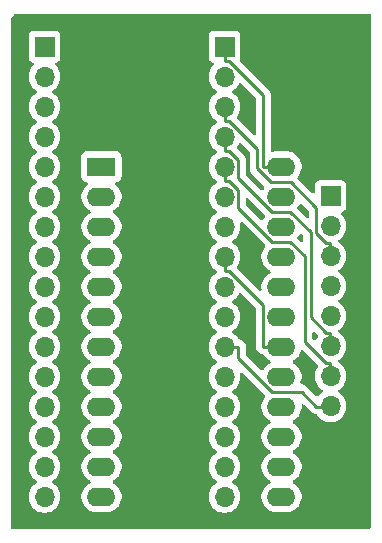
<source format=gtl>
%TF.GenerationSoftware,KiCad,Pcbnew,9.0.5*%
%TF.CreationDate,2025-10-22T14:58:33+01:00*%
%TF.ProjectId,ZX Interface 1 ROM Adapter,5a582049-6e74-4657-9266-616365203120,rev?*%
%TF.SameCoordinates,Original*%
%TF.FileFunction,Copper,L1,Top*%
%TF.FilePolarity,Positive*%
%FSLAX46Y46*%
G04 Gerber Fmt 4.6, Leading zero omitted, Abs format (unit mm)*
G04 Created by KiCad (PCBNEW 9.0.5) date 2025-10-22 14:58:33*
%MOMM*%
%LPD*%
G01*
G04 APERTURE LIST*
%TA.AperFunction,ComponentPad*%
%ADD10R,2.400000X1.600000*%
%TD*%
%TA.AperFunction,ComponentPad*%
%ADD11O,2.400000X1.600000*%
%TD*%
%TA.AperFunction,ComponentPad*%
%ADD12R,1.700000X1.700000*%
%TD*%
%TA.AperFunction,ComponentPad*%
%ADD13O,1.700000X1.700000*%
%TD*%
%TA.AperFunction,Conductor*%
%ADD14C,0.250000*%
%TD*%
G04 APERTURE END LIST*
D10*
%TO.P,J2,1,1*%
%TO.N,/A7*%
X83874000Y-82359500D03*
D11*
%TO.P,J2,2,2*%
%TO.N,/A6*%
X83874000Y-84899500D03*
%TO.P,J2,3,3*%
%TO.N,/A5*%
X83874000Y-87439500D03*
%TO.P,J2,4,4*%
%TO.N,/A4*%
X83874000Y-89979500D03*
%TO.P,J2,5,5*%
%TO.N,/A3*%
X83874000Y-92519500D03*
%TO.P,J2,6,6*%
%TO.N,/A2*%
X83874000Y-95059500D03*
%TO.P,J2,7,7*%
%TO.N,/A1*%
X83874000Y-97599500D03*
%TO.P,J2,8,8*%
%TO.N,/A0*%
X83874000Y-100139500D03*
%TO.P,J2,9,9*%
%TO.N,/D0*%
X83874000Y-102679500D03*
%TO.P,J2,10,10*%
%TO.N,/D1*%
X83874000Y-105219500D03*
%TO.P,J2,11,11*%
%TO.N,/D2*%
X83874000Y-107759500D03*
%TO.P,J2,12,12*%
%TO.N,/GND*%
X83874000Y-110299500D03*
%TO.P,J2,13,13*%
%TO.N,/D3*%
X99114000Y-110299500D03*
%TO.P,J2,14,14*%
%TO.N,/D4*%
X99114000Y-107759500D03*
%TO.P,J2,15,15*%
%TO.N,/D5*%
X99114000Y-105219500D03*
%TO.P,J2,16,16*%
%TO.N,/D6*%
X99114000Y-102679500D03*
%TO.P,J2,17,17*%
%TO.N,/D7*%
X99114000Y-100139500D03*
%TO.P,J2,18,18*%
%TO.N,/A11*%
X99114000Y-97599500D03*
%TO.P,J2,19,19*%
%TO.N,/A10*%
X99114000Y-95059500D03*
%TO.P,J2,20,20*%
%TO.N,/OE*%
X99114000Y-92519500D03*
%TO.P,J2,21,21*%
%TO.N,/A12*%
X99114000Y-89979500D03*
%TO.P,J2,22,22*%
%TO.N,/A9*%
X99114000Y-87439500D03*
%TO.P,J2,23,23*%
%TO.N,/A8*%
X99114000Y-84899500D03*
%TO.P,J2,24,24*%
%TO.N,/VCC*%
X99114000Y-82359500D03*
%TD*%
D12*
%TO.P,J1,1,Pin_1*%
%TO.N,/WE*%
X103266875Y-84839175D03*
D13*
%TO.P,J1,2,Pin_2*%
%TO.N,/A18*%
X103266875Y-87379175D03*
%TO.P,J1,3,Pin_3*%
%TO.N,/A17*%
X103266875Y-89919175D03*
%TO.P,J1,4,Pin_4*%
%TO.N,/A16*%
X103266875Y-92459175D03*
%TO.P,J1,5,Pin_5*%
%TO.N,/A15*%
X103266875Y-94999175D03*
%TO.P,J1,6,Pin_6*%
%TO.N,/A14*%
X103266875Y-97539175D03*
%TO.P,J1,7,Pin_7*%
%TO.N,/A13*%
X103266875Y-100079175D03*
%TO.P,J1,8,Pin_8*%
%TO.N,/CE*%
X103266875Y-102619175D03*
%TD*%
D12*
%TO.P,J3,1,Pin_1*%
%TO.N,/A18*%
X79051200Y-72202700D03*
D13*
%TO.P,J3,2,Pin_2*%
%TO.N,/A16*%
X79051200Y-74742700D03*
%TO.P,J3,3,Pin_3*%
%TO.N,/A15*%
X79051200Y-77282700D03*
%TO.P,J3,4,Pin_4*%
%TO.N,/A12*%
X79051200Y-79822700D03*
%TO.P,J3,5,Pin_5*%
%TO.N,/A7*%
X79051200Y-82362700D03*
%TO.P,J3,6,Pin_6*%
%TO.N,/A6*%
X79051200Y-84902700D03*
%TO.P,J3,7,Pin_7*%
%TO.N,/A5*%
X79051200Y-87442700D03*
%TO.P,J3,8,Pin_8*%
%TO.N,/A4*%
X79051200Y-89982700D03*
%TO.P,J3,9,Pin_9*%
%TO.N,/A3*%
X79051200Y-92522700D03*
%TO.P,J3,10,Pin_10*%
%TO.N,/A2*%
X79051200Y-95062700D03*
%TO.P,J3,11,Pin_11*%
%TO.N,/A1*%
X79051200Y-97602700D03*
%TO.P,J3,12,Pin_12*%
%TO.N,/A0*%
X79051200Y-100142700D03*
%TO.P,J3,13,Pin_13*%
%TO.N,/D0*%
X79051200Y-102682700D03*
%TO.P,J3,14,Pin_14*%
%TO.N,/D1*%
X79051200Y-105222700D03*
%TO.P,J3,15,Pin_15*%
%TO.N,/D2*%
X79051200Y-107762700D03*
%TO.P,J3,16,Pin_16*%
%TO.N,/GND*%
X79051200Y-110302700D03*
%TD*%
D12*
%TO.P,J4,1,Pin_1*%
%TO.N,/VCC*%
X94291200Y-72202700D03*
D13*
%TO.P,J4,2,Pin_2*%
%TO.N,/WE*%
X94291200Y-74742700D03*
%TO.P,J4,3,Pin_3*%
%TO.N,/A17*%
X94291200Y-77282700D03*
%TO.P,J4,4,Pin_4*%
%TO.N,/A14*%
X94291200Y-79822700D03*
%TO.P,J4,5,Pin_5*%
%TO.N,/A13*%
X94291200Y-82362700D03*
%TO.P,J4,6,Pin_6*%
%TO.N,/A8*%
X94291200Y-84902700D03*
%TO.P,J4,7,Pin_7*%
%TO.N,/A9*%
X94291200Y-87442700D03*
%TO.P,J4,8,Pin_8*%
%TO.N,/A11*%
X94291200Y-89982700D03*
%TO.P,J4,9,Pin_9*%
%TO.N,/OE*%
X94291200Y-92522700D03*
%TO.P,J4,10,Pin_10*%
%TO.N,/A10*%
X94291200Y-95062700D03*
%TO.P,J4,11,Pin_11*%
%TO.N,/CE*%
X94291200Y-97602700D03*
%TO.P,J4,12,Pin_12*%
%TO.N,/D7*%
X94291200Y-100142700D03*
%TO.P,J4,13,Pin_13*%
%TO.N,/D6*%
X94291200Y-102682700D03*
%TO.P,J4,14,Pin_14*%
%TO.N,/D5*%
X94291200Y-105222700D03*
%TO.P,J4,15,Pin_15*%
%TO.N,/D4*%
X94291200Y-107762700D03*
%TO.P,J4,16,Pin_16*%
%TO.N,/D3*%
X94291200Y-110302700D03*
%TD*%
D14*
%TO.N,/A17*%
X102077800Y-85851000D02*
X99910700Y-83683900D01*
X103254700Y-88800600D02*
X102926000Y-88800600D01*
X102926000Y-88800600D02*
X102077800Y-87952400D01*
X99910700Y-83683900D02*
X98217600Y-83683900D01*
X94291200Y-77282700D02*
X94291200Y-78459600D01*
X98217600Y-83683900D02*
X97039800Y-82506100D01*
X97039800Y-82506100D02*
X97039800Y-80840400D01*
X97039800Y-80840400D02*
X94659000Y-78459600D01*
X102077800Y-87952400D02*
X102077800Y-85851000D01*
X103254700Y-89977500D02*
X103254700Y-88800600D01*
X94659000Y-78459600D02*
X94291200Y-78459600D01*
%TO.N,/A14*%
X99843500Y-86169500D02*
X101588700Y-87914700D01*
X95468100Y-81808600D02*
X95468100Y-83307500D01*
X98330100Y-86169500D02*
X99843500Y-86169500D01*
X102888900Y-96420600D02*
X103254700Y-96420600D01*
X103254700Y-97597500D02*
X103254700Y-96420600D01*
X101588700Y-95120400D02*
X102888900Y-96420600D01*
X101588700Y-87914700D02*
X101588700Y-95120400D01*
X94291200Y-80999600D02*
X94659100Y-80999600D01*
X94291200Y-79822700D02*
X94291200Y-80999600D01*
X95468100Y-83307500D02*
X98330100Y-86169500D01*
X94659100Y-80999600D02*
X95468100Y-81808600D01*
%TO.N,/A13*%
X95468100Y-84348600D02*
X95468100Y-85833800D01*
X102888900Y-98960600D02*
X103254700Y-98960600D01*
X94659100Y-83539600D02*
X95468100Y-84348600D01*
X103254700Y-100137500D02*
X103254700Y-98960600D01*
X95468100Y-85833800D02*
X98343800Y-88709500D01*
X98343800Y-88709500D02*
X99850300Y-88709500D01*
X101099000Y-97170700D02*
X102888900Y-98960600D01*
X94291200Y-82362700D02*
X94291200Y-83539600D01*
X94291200Y-83539600D02*
X94659100Y-83539600D01*
X99850300Y-88709500D02*
X101099000Y-89958200D01*
X101099000Y-89958200D02*
X101099000Y-97170700D01*
%TO.N,/CE*%
X100809800Y-101409500D02*
X102077800Y-102677500D01*
X95468100Y-97602700D02*
X95468100Y-98558900D01*
X98318700Y-101409500D02*
X100809800Y-101409500D01*
X94291200Y-97602700D02*
X95468100Y-97602700D01*
X95468100Y-98558900D02*
X98318700Y-101409500D01*
X103254700Y-102677500D02*
X102077800Y-102677500D01*
%TO.N,/A11*%
X94291200Y-91159600D02*
X94659100Y-91159600D01*
X99114000Y-97599500D02*
X97587100Y-97599500D01*
X97587100Y-94087600D02*
X97587100Y-97599500D01*
X94291200Y-89982700D02*
X94291200Y-91159600D01*
X94659100Y-91159600D02*
X97587100Y-94087600D01*
%TO.N,/VCC*%
X94291200Y-72202700D02*
X94291200Y-73379600D01*
X94291200Y-73379600D02*
X94659000Y-73379600D01*
X99114000Y-82359500D02*
X97587100Y-82359500D01*
X94659000Y-73379600D02*
X97587100Y-76307700D01*
X97587100Y-76307700D02*
X97587100Y-82359500D01*
%TD*%
%TA.AperFunction,NonConductor*%
G36*
X106654789Y-69431535D02*
G01*
X106700544Y-69484339D01*
X106711750Y-69535850D01*
X106711750Y-112875500D01*
X106692065Y-112942539D01*
X106639261Y-112988294D01*
X106587750Y-112999500D01*
X76301775Y-112999500D01*
X76234736Y-112979815D01*
X76188981Y-112927011D01*
X76177775Y-112875500D01*
X76177775Y-71304835D01*
X77700700Y-71304835D01*
X77700700Y-73100570D01*
X77700701Y-73100576D01*
X77707108Y-73160183D01*
X77757401Y-73295025D01*
X77757406Y-73295035D01*
X77843652Y-73410244D01*
X77843655Y-73410247D01*
X77958864Y-73496493D01*
X77958871Y-73496497D01*
X78090282Y-73545510D01*
X78146216Y-73587381D01*
X78170633Y-73652845D01*
X78155782Y-73721118D01*
X78134631Y-73749373D01*
X78021089Y-73862915D01*
X77896151Y-74034879D01*
X77799644Y-74224285D01*
X77733953Y-74426460D01*
X77700700Y-74636413D01*
X77700700Y-74848986D01*
X77733953Y-75058939D01*
X77799644Y-75261114D01*
X77896151Y-75450520D01*
X78021090Y-75622486D01*
X78171413Y-75772809D01*
X78343382Y-75897750D01*
X78352146Y-75902216D01*
X78402942Y-75950191D01*
X78419736Y-76018012D01*
X78397198Y-76084147D01*
X78352146Y-76123184D01*
X78343382Y-76127649D01*
X78171413Y-76252590D01*
X78021090Y-76402913D01*
X77896151Y-76574879D01*
X77799644Y-76764285D01*
X77733953Y-76966460D01*
X77700700Y-77176413D01*
X77700700Y-77388986D01*
X77733953Y-77598939D01*
X77799644Y-77801114D01*
X77896151Y-77990520D01*
X78021090Y-78162486D01*
X78171413Y-78312809D01*
X78343382Y-78437750D01*
X78352146Y-78442216D01*
X78402942Y-78490191D01*
X78419736Y-78558012D01*
X78397198Y-78624147D01*
X78352146Y-78663184D01*
X78343382Y-78667649D01*
X78171413Y-78792590D01*
X78021090Y-78942913D01*
X77896151Y-79114879D01*
X77799644Y-79304285D01*
X77733953Y-79506460D01*
X77700700Y-79716413D01*
X77700700Y-79928986D01*
X77733953Y-80138939D01*
X77799644Y-80341114D01*
X77896151Y-80530520D01*
X78021090Y-80702486D01*
X78171413Y-80852809D01*
X78343382Y-80977750D01*
X78352146Y-80982216D01*
X78402942Y-81030191D01*
X78419736Y-81098012D01*
X78397198Y-81164147D01*
X78352146Y-81203184D01*
X78343382Y-81207649D01*
X78171413Y-81332590D01*
X78021090Y-81482913D01*
X77896151Y-81654879D01*
X77799644Y-81844285D01*
X77733953Y-82046460D01*
X77700700Y-82256413D01*
X77700700Y-82468986D01*
X77731592Y-82664034D01*
X77733954Y-82678943D01*
X77792368Y-82858723D01*
X77799644Y-82881114D01*
X77896151Y-83070520D01*
X78021090Y-83242486D01*
X78171413Y-83392809D01*
X78343382Y-83517750D01*
X78352146Y-83522216D01*
X78402942Y-83570191D01*
X78419736Y-83638012D01*
X78397198Y-83704147D01*
X78352146Y-83743184D01*
X78343382Y-83747649D01*
X78171413Y-83872590D01*
X78021090Y-84022913D01*
X77896151Y-84194879D01*
X77799644Y-84384285D01*
X77733953Y-84586460D01*
X77700700Y-84796413D01*
X77700700Y-85008986D01*
X77731592Y-85204034D01*
X77733954Y-85218943D01*
X77792368Y-85398723D01*
X77799644Y-85421114D01*
X77896151Y-85610520D01*
X78021090Y-85782486D01*
X78171413Y-85932809D01*
X78343382Y-86057750D01*
X78352146Y-86062216D01*
X78402942Y-86110191D01*
X78419736Y-86178012D01*
X78397198Y-86244147D01*
X78352146Y-86283184D01*
X78343382Y-86287649D01*
X78171413Y-86412590D01*
X78021090Y-86562913D01*
X77896151Y-86734879D01*
X77799644Y-86924285D01*
X77733953Y-87126460D01*
X77700700Y-87336413D01*
X77700700Y-87548986D01*
X77731592Y-87744034D01*
X77733954Y-87758943D01*
X77792368Y-87938723D01*
X77799644Y-87961114D01*
X77896151Y-88150520D01*
X78021090Y-88322486D01*
X78171413Y-88472809D01*
X78343382Y-88597750D01*
X78352146Y-88602216D01*
X78402942Y-88650191D01*
X78419736Y-88718012D01*
X78397198Y-88784147D01*
X78352146Y-88823184D01*
X78343382Y-88827649D01*
X78171413Y-88952590D01*
X78021090Y-89102913D01*
X77896151Y-89274879D01*
X77799644Y-89464285D01*
X77733953Y-89666460D01*
X77700700Y-89876413D01*
X77700700Y-90088986D01*
X77731592Y-90284034D01*
X77733954Y-90298943D01*
X77792368Y-90478723D01*
X77799644Y-90501114D01*
X77896151Y-90690520D01*
X78021090Y-90862486D01*
X78171413Y-91012809D01*
X78343382Y-91137750D01*
X78352146Y-91142216D01*
X78402942Y-91190191D01*
X78419736Y-91258012D01*
X78397198Y-91324147D01*
X78352146Y-91363184D01*
X78343382Y-91367649D01*
X78171413Y-91492590D01*
X78021090Y-91642913D01*
X77896151Y-91814879D01*
X77799644Y-92004285D01*
X77733953Y-92206460D01*
X77700700Y-92416413D01*
X77700700Y-92628986D01*
X77731592Y-92824034D01*
X77733954Y-92838943D01*
X77792368Y-93018723D01*
X77799644Y-93041114D01*
X77896151Y-93230520D01*
X78021090Y-93402486D01*
X78171413Y-93552809D01*
X78343382Y-93677750D01*
X78352146Y-93682216D01*
X78402942Y-93730191D01*
X78419736Y-93798012D01*
X78397198Y-93864147D01*
X78352146Y-93903184D01*
X78343382Y-93907649D01*
X78171413Y-94032590D01*
X78021090Y-94182913D01*
X77896151Y-94354879D01*
X77799644Y-94544285D01*
X77733953Y-94746460D01*
X77700700Y-94956413D01*
X77700700Y-95168986D01*
X77731592Y-95364034D01*
X77733954Y-95378943D01*
X77792368Y-95558723D01*
X77799644Y-95581114D01*
X77896151Y-95770520D01*
X78021090Y-95942486D01*
X78171413Y-96092809D01*
X78343382Y-96217750D01*
X78352146Y-96222216D01*
X78402942Y-96270191D01*
X78419736Y-96338012D01*
X78397198Y-96404147D01*
X78352146Y-96443184D01*
X78343382Y-96447649D01*
X78171413Y-96572590D01*
X78021090Y-96722913D01*
X77896151Y-96894879D01*
X77799644Y-97084285D01*
X77733953Y-97286460D01*
X77700700Y-97496413D01*
X77700700Y-97708986D01*
X77733181Y-97914066D01*
X77733954Y-97918943D01*
X77792368Y-98098723D01*
X77799644Y-98121114D01*
X77896151Y-98310520D01*
X78021090Y-98482486D01*
X78171413Y-98632809D01*
X78343382Y-98757750D01*
X78352146Y-98762216D01*
X78402942Y-98810191D01*
X78419736Y-98878012D01*
X78397198Y-98944147D01*
X78352146Y-98983184D01*
X78343382Y-98987649D01*
X78171413Y-99112590D01*
X78021090Y-99262913D01*
X77896151Y-99434879D01*
X77799644Y-99624285D01*
X77733953Y-99826460D01*
X77700700Y-100036413D01*
X77700700Y-100248986D01*
X77731592Y-100444035D01*
X77733954Y-100458943D01*
X77792368Y-100638723D01*
X77799644Y-100661114D01*
X77896151Y-100850520D01*
X78021090Y-101022486D01*
X78171413Y-101172809D01*
X78343382Y-101297750D01*
X78352146Y-101302216D01*
X78402942Y-101350191D01*
X78419736Y-101418012D01*
X78397198Y-101484147D01*
X78352146Y-101523184D01*
X78343382Y-101527649D01*
X78171413Y-101652590D01*
X78021090Y-101802913D01*
X77896151Y-101974879D01*
X77799644Y-102164285D01*
X77733953Y-102366460D01*
X77700700Y-102576413D01*
X77700700Y-102788986D01*
X77731592Y-102984034D01*
X77733954Y-102998943D01*
X77792368Y-103178723D01*
X77799644Y-103201114D01*
X77896151Y-103390520D01*
X78021090Y-103562486D01*
X78171413Y-103712809D01*
X78343382Y-103837750D01*
X78352146Y-103842216D01*
X78402942Y-103890191D01*
X78419736Y-103958012D01*
X78397198Y-104024147D01*
X78352146Y-104063184D01*
X78343382Y-104067649D01*
X78171413Y-104192590D01*
X78021090Y-104342913D01*
X77896151Y-104514879D01*
X77799644Y-104704285D01*
X77733953Y-104906460D01*
X77700700Y-105116413D01*
X77700700Y-105328986D01*
X77731592Y-105524034D01*
X77733954Y-105538943D01*
X77792368Y-105718723D01*
X77799644Y-105741114D01*
X77896151Y-105930520D01*
X78021090Y-106102486D01*
X78171413Y-106252809D01*
X78343382Y-106377750D01*
X78352146Y-106382216D01*
X78402942Y-106430191D01*
X78419736Y-106498012D01*
X78397198Y-106564147D01*
X78352146Y-106603184D01*
X78343382Y-106607649D01*
X78171413Y-106732590D01*
X78021090Y-106882913D01*
X77896151Y-107054879D01*
X77799644Y-107244285D01*
X77733953Y-107446460D01*
X77700700Y-107656413D01*
X77700700Y-107868986D01*
X77731592Y-108064034D01*
X77733954Y-108078943D01*
X77792368Y-108258723D01*
X77799644Y-108281114D01*
X77896151Y-108470520D01*
X78021090Y-108642486D01*
X78171413Y-108792809D01*
X78343382Y-108917750D01*
X78352146Y-108922216D01*
X78402942Y-108970191D01*
X78419736Y-109038012D01*
X78397198Y-109104147D01*
X78352146Y-109143184D01*
X78343382Y-109147649D01*
X78171413Y-109272590D01*
X78021090Y-109422913D01*
X77896151Y-109594879D01*
X77799644Y-109784285D01*
X77733953Y-109986460D01*
X77700700Y-110196413D01*
X77700700Y-110408986D01*
X77731592Y-110604034D01*
X77733954Y-110618943D01*
X77792368Y-110798723D01*
X77799644Y-110821114D01*
X77896151Y-111010520D01*
X78021090Y-111182486D01*
X78171413Y-111332809D01*
X78343379Y-111457748D01*
X78343381Y-111457749D01*
X78343384Y-111457751D01*
X78532788Y-111554257D01*
X78734957Y-111619946D01*
X78944913Y-111653200D01*
X78944914Y-111653200D01*
X79157486Y-111653200D01*
X79157487Y-111653200D01*
X79367443Y-111619946D01*
X79569612Y-111554257D01*
X79759016Y-111457751D01*
X79780989Y-111441786D01*
X79930986Y-111332809D01*
X79930988Y-111332806D01*
X79930992Y-111332804D01*
X80081304Y-111182492D01*
X80081306Y-111182488D01*
X80081309Y-111182486D01*
X80206248Y-111010520D01*
X80206247Y-111010520D01*
X80206251Y-111010516D01*
X80302757Y-110821112D01*
X80368446Y-110618943D01*
X80401700Y-110408987D01*
X80401700Y-110196413D01*
X80368446Y-109986457D01*
X80302757Y-109784288D01*
X80206251Y-109594884D01*
X80206249Y-109594881D01*
X80206248Y-109594879D01*
X80081309Y-109422913D01*
X79930986Y-109272590D01*
X79759020Y-109147651D01*
X79758315Y-109147291D01*
X79750254Y-109143185D01*
X79699459Y-109095212D01*
X79682663Y-109027392D01*
X79705199Y-108961256D01*
X79750254Y-108922215D01*
X79759016Y-108917751D01*
X79780989Y-108901786D01*
X79930986Y-108792809D01*
X79930988Y-108792806D01*
X79930992Y-108792804D01*
X80081304Y-108642492D01*
X80081306Y-108642488D01*
X80081309Y-108642486D01*
X80206248Y-108470520D01*
X80206247Y-108470520D01*
X80206251Y-108470516D01*
X80302757Y-108281112D01*
X80368446Y-108078943D01*
X80401700Y-107868987D01*
X80401700Y-107656413D01*
X80368446Y-107446457D01*
X80302757Y-107244288D01*
X80206251Y-107054884D01*
X80206249Y-107054881D01*
X80206248Y-107054879D01*
X80081309Y-106882913D01*
X79930986Y-106732590D01*
X79759020Y-106607651D01*
X79758315Y-106607291D01*
X79750254Y-106603185D01*
X79699459Y-106555212D01*
X79682663Y-106487392D01*
X79705199Y-106421256D01*
X79750254Y-106382215D01*
X79759016Y-106377751D01*
X79780989Y-106361786D01*
X79930986Y-106252809D01*
X79930988Y-106252806D01*
X79930992Y-106252804D01*
X80081304Y-106102492D01*
X80081306Y-106102488D01*
X80081309Y-106102486D01*
X80206248Y-105930520D01*
X80206247Y-105930520D01*
X80206251Y-105930516D01*
X80302757Y-105741112D01*
X80368446Y-105538943D01*
X80401700Y-105328987D01*
X80401700Y-105116413D01*
X80368446Y-104906457D01*
X80302757Y-104704288D01*
X80206251Y-104514884D01*
X80206249Y-104514881D01*
X80206248Y-104514879D01*
X80081309Y-104342913D01*
X79930986Y-104192590D01*
X79759020Y-104067651D01*
X79758315Y-104067291D01*
X79750254Y-104063185D01*
X79699459Y-104015212D01*
X79682663Y-103947392D01*
X79705199Y-103881256D01*
X79750254Y-103842215D01*
X79759016Y-103837751D01*
X79780989Y-103821786D01*
X79930986Y-103712809D01*
X79930988Y-103712806D01*
X79930992Y-103712804D01*
X80081304Y-103562492D01*
X80081306Y-103562488D01*
X80081309Y-103562486D01*
X80206248Y-103390520D01*
X80206247Y-103390520D01*
X80206251Y-103390516D01*
X80302757Y-103201112D01*
X80368446Y-102998943D01*
X80401700Y-102788987D01*
X80401700Y-102576413D01*
X80368446Y-102366457D01*
X80302757Y-102164288D01*
X80206251Y-101974884D01*
X80206249Y-101974881D01*
X80206248Y-101974879D01*
X80081309Y-101802913D01*
X79930986Y-101652590D01*
X79759020Y-101527651D01*
X79758315Y-101527291D01*
X79750254Y-101523185D01*
X79699459Y-101475212D01*
X79682663Y-101407392D01*
X79705199Y-101341256D01*
X79750254Y-101302215D01*
X79759016Y-101297751D01*
X79786571Y-101277731D01*
X79930986Y-101172809D01*
X79930988Y-101172806D01*
X79930992Y-101172804D01*
X80081304Y-101022492D01*
X80081306Y-101022488D01*
X80081309Y-101022486D01*
X80206248Y-100850520D01*
X80206247Y-100850520D01*
X80206251Y-100850516D01*
X80302757Y-100661112D01*
X80368446Y-100458943D01*
X80401700Y-100248987D01*
X80401700Y-100036413D01*
X80368446Y-99826457D01*
X80302757Y-99624288D01*
X80206251Y-99434884D01*
X80206249Y-99434881D01*
X80206248Y-99434879D01*
X80081309Y-99262913D01*
X79930986Y-99112590D01*
X79759020Y-98987651D01*
X79758315Y-98987291D01*
X79750254Y-98983185D01*
X79699459Y-98935212D01*
X79682663Y-98867392D01*
X79705199Y-98801256D01*
X79750254Y-98762215D01*
X79759016Y-98757751D01*
X79786581Y-98737724D01*
X79930986Y-98632809D01*
X79930988Y-98632806D01*
X79930992Y-98632804D01*
X80081304Y-98482492D01*
X80081306Y-98482488D01*
X80081309Y-98482486D01*
X80206248Y-98310520D01*
X80206247Y-98310520D01*
X80206251Y-98310516D01*
X80302757Y-98121112D01*
X80368446Y-97918943D01*
X80401700Y-97708987D01*
X80401700Y-97496413D01*
X80368446Y-97286457D01*
X80302757Y-97084288D01*
X80206251Y-96894884D01*
X80206249Y-96894881D01*
X80206248Y-96894879D01*
X80081309Y-96722913D01*
X79930986Y-96572590D01*
X79759020Y-96447651D01*
X79758315Y-96447291D01*
X79750254Y-96443185D01*
X79699459Y-96395212D01*
X79682663Y-96327392D01*
X79705199Y-96261256D01*
X79750254Y-96222215D01*
X79759016Y-96217751D01*
X79786581Y-96197724D01*
X79930986Y-96092809D01*
X79930988Y-96092806D01*
X79930992Y-96092804D01*
X80081304Y-95942492D01*
X80081306Y-95942488D01*
X80081309Y-95942486D01*
X80206248Y-95770520D01*
X80206247Y-95770520D01*
X80206251Y-95770516D01*
X80302757Y-95581112D01*
X80368446Y-95378943D01*
X80401700Y-95168987D01*
X80401700Y-94956413D01*
X80368446Y-94746457D01*
X80302757Y-94544288D01*
X80206251Y-94354884D01*
X80206249Y-94354881D01*
X80206248Y-94354879D01*
X80081309Y-94182913D01*
X79930986Y-94032590D01*
X79759020Y-93907651D01*
X79758315Y-93907291D01*
X79750254Y-93903185D01*
X79699459Y-93855212D01*
X79682663Y-93787392D01*
X79705199Y-93721256D01*
X79750254Y-93682215D01*
X79759016Y-93677751D01*
X79786571Y-93657731D01*
X79930986Y-93552809D01*
X79930988Y-93552806D01*
X79930992Y-93552804D01*
X80081304Y-93402492D01*
X80081306Y-93402488D01*
X80081309Y-93402486D01*
X80206248Y-93230520D01*
X80206250Y-93230517D01*
X80206251Y-93230516D01*
X80302757Y-93041112D01*
X80368446Y-92838943D01*
X80401700Y-92628987D01*
X80401700Y-92416413D01*
X80368446Y-92206457D01*
X80302757Y-92004288D01*
X80206251Y-91814884D01*
X80206249Y-91814881D01*
X80206248Y-91814879D01*
X80081309Y-91642913D01*
X79930986Y-91492590D01*
X79759020Y-91367651D01*
X79758315Y-91367291D01*
X79750254Y-91363185D01*
X79699459Y-91315212D01*
X79682663Y-91247392D01*
X79705199Y-91181256D01*
X79750254Y-91142215D01*
X79759016Y-91137751D01*
X79786571Y-91117731D01*
X79930986Y-91012809D01*
X79930988Y-91012806D01*
X79930992Y-91012804D01*
X80081304Y-90862492D01*
X80081306Y-90862488D01*
X80081309Y-90862486D01*
X80206248Y-90690520D01*
X80206249Y-90690519D01*
X80206251Y-90690516D01*
X80302757Y-90501112D01*
X80368446Y-90298943D01*
X80401700Y-90088987D01*
X80401700Y-89876413D01*
X80368446Y-89666457D01*
X80302757Y-89464288D01*
X80206251Y-89274884D01*
X80206249Y-89274881D01*
X80206248Y-89274879D01*
X80081309Y-89102913D01*
X79930986Y-88952590D01*
X79759020Y-88827651D01*
X79758315Y-88827291D01*
X79750254Y-88823185D01*
X79699459Y-88775212D01*
X79682663Y-88707392D01*
X79705199Y-88641256D01*
X79750254Y-88602215D01*
X79759016Y-88597751D01*
X79786581Y-88577724D01*
X79930986Y-88472809D01*
X79930988Y-88472806D01*
X79930992Y-88472804D01*
X80081304Y-88322492D01*
X80081306Y-88322488D01*
X80081309Y-88322486D01*
X80206248Y-88150520D01*
X80206247Y-88150520D01*
X80206251Y-88150516D01*
X80302757Y-87961112D01*
X80368446Y-87758943D01*
X80401700Y-87548987D01*
X80401700Y-87336413D01*
X80368446Y-87126457D01*
X80302757Y-86924288D01*
X80206251Y-86734884D01*
X80206249Y-86734881D01*
X80206248Y-86734879D01*
X80081309Y-86562913D01*
X79930986Y-86412590D01*
X79759020Y-86287651D01*
X79758315Y-86287291D01*
X79750254Y-86283185D01*
X79699459Y-86235212D01*
X79682663Y-86167392D01*
X79705199Y-86101256D01*
X79750254Y-86062215D01*
X79759016Y-86057751D01*
X79780989Y-86041786D01*
X79930986Y-85932809D01*
X79930988Y-85932806D01*
X79930992Y-85932804D01*
X80081304Y-85782492D01*
X80081306Y-85782488D01*
X80081309Y-85782486D01*
X80206248Y-85610520D01*
X80206247Y-85610520D01*
X80206251Y-85610516D01*
X80302757Y-85421112D01*
X80368446Y-85218943D01*
X80401700Y-85008987D01*
X80401700Y-84796413D01*
X80368446Y-84586457D01*
X80302757Y-84384288D01*
X80206251Y-84194884D01*
X80206249Y-84194881D01*
X80206248Y-84194879D01*
X80081309Y-84022913D01*
X79930986Y-83872590D01*
X79759020Y-83747651D01*
X79757426Y-83746839D01*
X79750254Y-83743185D01*
X79699459Y-83695212D01*
X79682663Y-83627392D01*
X79705199Y-83561256D01*
X79750254Y-83522215D01*
X79759016Y-83517751D01*
X79799036Y-83488675D01*
X79930986Y-83392809D01*
X79930988Y-83392806D01*
X79930992Y-83392804D01*
X80081304Y-83242492D01*
X80081306Y-83242488D01*
X80081309Y-83242486D01*
X80206248Y-83070520D01*
X80206247Y-83070520D01*
X80206251Y-83070516D01*
X80302757Y-82881112D01*
X80368446Y-82678943D01*
X80401700Y-82468987D01*
X80401700Y-82256413D01*
X80368446Y-82046457D01*
X80302757Y-81844288D01*
X80206251Y-81654884D01*
X80185373Y-81626148D01*
X80152711Y-81581191D01*
X80102176Y-81511635D01*
X82173500Y-81511635D01*
X82173500Y-83207370D01*
X82173501Y-83207376D01*
X82179908Y-83266983D01*
X82230202Y-83401828D01*
X82230206Y-83401835D01*
X82316452Y-83517044D01*
X82316455Y-83517047D01*
X82431664Y-83603293D01*
X82431671Y-83603297D01*
X82461057Y-83614257D01*
X82566517Y-83653591D01*
X82603441Y-83657560D01*
X82667989Y-83684296D01*
X82707838Y-83741688D01*
X82710333Y-83811513D01*
X82674681Y-83871602D01*
X82663071Y-83881166D01*
X82626784Y-83907530D01*
X82482028Y-84052286D01*
X82361715Y-84217886D01*
X82268781Y-84400276D01*
X82205522Y-84594965D01*
X82173500Y-84797148D01*
X82173500Y-85001851D01*
X82205522Y-85204034D01*
X82268781Y-85398723D01*
X82361715Y-85581113D01*
X82482028Y-85746713D01*
X82626786Y-85891471D01*
X82781749Y-86004056D01*
X82792390Y-86011787D01*
X82860948Y-86046719D01*
X82885080Y-86059015D01*
X82935876Y-86106990D01*
X82952671Y-86174811D01*
X82930134Y-86240946D01*
X82885080Y-86279985D01*
X82792386Y-86327215D01*
X82626786Y-86447528D01*
X82482028Y-86592286D01*
X82361715Y-86757886D01*
X82268781Y-86940276D01*
X82205522Y-87134965D01*
X82173500Y-87337148D01*
X82173500Y-87541851D01*
X82205522Y-87744034D01*
X82268781Y-87938723D01*
X82320299Y-88039831D01*
X82344328Y-88086991D01*
X82361715Y-88121113D01*
X82482028Y-88286713D01*
X82626786Y-88431471D01*
X82768218Y-88534225D01*
X82792390Y-88551787D01*
X82882593Y-88597748D01*
X82885080Y-88599015D01*
X82935876Y-88646990D01*
X82952671Y-88714811D01*
X82930134Y-88780946D01*
X82885080Y-88819985D01*
X82792386Y-88867215D01*
X82626786Y-88987528D01*
X82482028Y-89132286D01*
X82361715Y-89297886D01*
X82268781Y-89480276D01*
X82205522Y-89674965D01*
X82173500Y-89877148D01*
X82173500Y-90081851D01*
X82205522Y-90284034D01*
X82268781Y-90478723D01*
X82332691Y-90604153D01*
X82344328Y-90626991D01*
X82361715Y-90661113D01*
X82482028Y-90826713D01*
X82626786Y-90971471D01*
X82768215Y-91074223D01*
X82792390Y-91091787D01*
X82882593Y-91137748D01*
X82885080Y-91139015D01*
X82935876Y-91186990D01*
X82952671Y-91254811D01*
X82930134Y-91320946D01*
X82885080Y-91359985D01*
X82792386Y-91407215D01*
X82626786Y-91527528D01*
X82482028Y-91672286D01*
X82361715Y-91837886D01*
X82268781Y-92020276D01*
X82205522Y-92214965D01*
X82173500Y-92417148D01*
X82173500Y-92621851D01*
X82205522Y-92824034D01*
X82268781Y-93018723D01*
X82332691Y-93144153D01*
X82344328Y-93166991D01*
X82361715Y-93201113D01*
X82482028Y-93366713D01*
X82626786Y-93511471D01*
X82751032Y-93601739D01*
X82792390Y-93631787D01*
X82882593Y-93677748D01*
X82885080Y-93679015D01*
X82935876Y-93726990D01*
X82952671Y-93794811D01*
X82930134Y-93860946D01*
X82885080Y-93899985D01*
X82792386Y-93947215D01*
X82626786Y-94067528D01*
X82482028Y-94212286D01*
X82361715Y-94377886D01*
X82268781Y-94560276D01*
X82205522Y-94754965D01*
X82173500Y-94957148D01*
X82173500Y-95161851D01*
X82205522Y-95364034D01*
X82268781Y-95558723D01*
X82332691Y-95684153D01*
X82344328Y-95706991D01*
X82361715Y-95741113D01*
X82482028Y-95906713D01*
X82626786Y-96051471D01*
X82749726Y-96140790D01*
X82792390Y-96171787D01*
X82882593Y-96217748D01*
X82885080Y-96219015D01*
X82935876Y-96266990D01*
X82952671Y-96334811D01*
X82930134Y-96400946D01*
X82885080Y-96439985D01*
X82792386Y-96487215D01*
X82626786Y-96607528D01*
X82482028Y-96752286D01*
X82361715Y-96917886D01*
X82268781Y-97100276D01*
X82205522Y-97294965D01*
X82173500Y-97497148D01*
X82173500Y-97701851D01*
X82205522Y-97904034D01*
X82268781Y-98098723D01*
X82296851Y-98153812D01*
X82361518Y-98280728D01*
X82361715Y-98281113D01*
X82482028Y-98446713D01*
X82626786Y-98591471D01*
X82768218Y-98694225D01*
X82792390Y-98711787D01*
X82882593Y-98757748D01*
X82885080Y-98759015D01*
X82935876Y-98806990D01*
X82952671Y-98874811D01*
X82930134Y-98940946D01*
X82885080Y-98979985D01*
X82792386Y-99027215D01*
X82626786Y-99147528D01*
X82482028Y-99292286D01*
X82361715Y-99457886D01*
X82268781Y-99640276D01*
X82205522Y-99834965D01*
X82173500Y-100037148D01*
X82173500Y-100241851D01*
X82205522Y-100444034D01*
X82268781Y-100638723D01*
X82305869Y-100711511D01*
X82344328Y-100786991D01*
X82361715Y-100821113D01*
X82482028Y-100986713D01*
X82626786Y-101131471D01*
X82768215Y-101234223D01*
X82792390Y-101251787D01*
X82860844Y-101286666D01*
X82885080Y-101299015D01*
X82935876Y-101346990D01*
X82952671Y-101414811D01*
X82930134Y-101480946D01*
X82885080Y-101519985D01*
X82792386Y-101567215D01*
X82626786Y-101687528D01*
X82482028Y-101832286D01*
X82361715Y-101997886D01*
X82268781Y-102180276D01*
X82205522Y-102374965D01*
X82173500Y-102577148D01*
X82173500Y-102781851D01*
X82205522Y-102984034D01*
X82268781Y-103178723D01*
X82319856Y-103278961D01*
X82344328Y-103326991D01*
X82361715Y-103361113D01*
X82482028Y-103526713D01*
X82626786Y-103671471D01*
X82768215Y-103774223D01*
X82792390Y-103791787D01*
X82882593Y-103837748D01*
X82885080Y-103839015D01*
X82935876Y-103886990D01*
X82952671Y-103954811D01*
X82930134Y-104020946D01*
X82885080Y-104059985D01*
X82792386Y-104107215D01*
X82626786Y-104227528D01*
X82482028Y-104372286D01*
X82361715Y-104537886D01*
X82268781Y-104720276D01*
X82205522Y-104914965D01*
X82173500Y-105117148D01*
X82173500Y-105321851D01*
X82205522Y-105524034D01*
X82268781Y-105718723D01*
X82361715Y-105901113D01*
X82482028Y-106066713D01*
X82626786Y-106211471D01*
X82781749Y-106324056D01*
X82792390Y-106331787D01*
X82882593Y-106377748D01*
X82885080Y-106379015D01*
X82935876Y-106426990D01*
X82952671Y-106494811D01*
X82930134Y-106560946D01*
X82885080Y-106599985D01*
X82792386Y-106647215D01*
X82626786Y-106767528D01*
X82482028Y-106912286D01*
X82361715Y-107077886D01*
X82268781Y-107260276D01*
X82205522Y-107454965D01*
X82173500Y-107657148D01*
X82173500Y-107861851D01*
X82205522Y-108064034D01*
X82268781Y-108258723D01*
X82361715Y-108441113D01*
X82482028Y-108606713D01*
X82626786Y-108751471D01*
X82781749Y-108864056D01*
X82792390Y-108871787D01*
X82882593Y-108917748D01*
X82885080Y-108919015D01*
X82935876Y-108966990D01*
X82952671Y-109034811D01*
X82930134Y-109100946D01*
X82885080Y-109139985D01*
X82792386Y-109187215D01*
X82626786Y-109307528D01*
X82482028Y-109452286D01*
X82361715Y-109617886D01*
X82268781Y-109800276D01*
X82205522Y-109994965D01*
X82173500Y-110197148D01*
X82173500Y-110401851D01*
X82205522Y-110604034D01*
X82268781Y-110798723D01*
X82361715Y-110981113D01*
X82482028Y-111146713D01*
X82626786Y-111291471D01*
X82781749Y-111404056D01*
X82792390Y-111411787D01*
X82908607Y-111471003D01*
X82974776Y-111504718D01*
X82974778Y-111504718D01*
X82974781Y-111504720D01*
X83079137Y-111538627D01*
X83169465Y-111567977D01*
X83270557Y-111583988D01*
X83371648Y-111600000D01*
X83371649Y-111600000D01*
X84376351Y-111600000D01*
X84376352Y-111600000D01*
X84578534Y-111567977D01*
X84773219Y-111504720D01*
X84955610Y-111411787D01*
X85064322Y-111332804D01*
X85121213Y-111291471D01*
X85121215Y-111291468D01*
X85121219Y-111291466D01*
X85265966Y-111146719D01*
X85265968Y-111146715D01*
X85265971Y-111146713D01*
X85318732Y-111074090D01*
X85386287Y-110981110D01*
X85479220Y-110798719D01*
X85542477Y-110604034D01*
X85574500Y-110401852D01*
X85574500Y-110197148D01*
X85542477Y-109994966D01*
X85539713Y-109986460D01*
X85479218Y-109800276D01*
X85445503Y-109734107D01*
X85386287Y-109617890D01*
X85369569Y-109594879D01*
X85265971Y-109452286D01*
X85121213Y-109307528D01*
X84955614Y-109187215D01*
X84877961Y-109147649D01*
X84862917Y-109139983D01*
X84812123Y-109092011D01*
X84795328Y-109024190D01*
X84817865Y-108958055D01*
X84862917Y-108919016D01*
X84955610Y-108871787D01*
X85064322Y-108792804D01*
X85121213Y-108751471D01*
X85121215Y-108751468D01*
X85121219Y-108751466D01*
X85265966Y-108606719D01*
X85265968Y-108606715D01*
X85265971Y-108606713D01*
X85318732Y-108534090D01*
X85386287Y-108441110D01*
X85479220Y-108258719D01*
X85542477Y-108064034D01*
X85574500Y-107861852D01*
X85574500Y-107657148D01*
X85542477Y-107454966D01*
X85539713Y-107446460D01*
X85479218Y-107260276D01*
X85445503Y-107194107D01*
X85386287Y-107077890D01*
X85369569Y-107054879D01*
X85265971Y-106912286D01*
X85121213Y-106767528D01*
X84955614Y-106647215D01*
X84877961Y-106607649D01*
X84862917Y-106599983D01*
X84812123Y-106552011D01*
X84795328Y-106484190D01*
X84817865Y-106418055D01*
X84862917Y-106379016D01*
X84955610Y-106331787D01*
X85064322Y-106252804D01*
X85121213Y-106211471D01*
X85121215Y-106211468D01*
X85121219Y-106211466D01*
X85265966Y-106066719D01*
X85265968Y-106066715D01*
X85265971Y-106066713D01*
X85318732Y-105994090D01*
X85386287Y-105901110D01*
X85479220Y-105718719D01*
X85542477Y-105524034D01*
X85574500Y-105321852D01*
X85574500Y-105117148D01*
X85542477Y-104914966D01*
X85539713Y-104906460D01*
X85479218Y-104720276D01*
X85445503Y-104654107D01*
X85386287Y-104537890D01*
X85369569Y-104514879D01*
X85265971Y-104372286D01*
X85121213Y-104227528D01*
X84955614Y-104107215D01*
X84877961Y-104067649D01*
X84862917Y-104059983D01*
X84812123Y-104012011D01*
X84795328Y-103944190D01*
X84817865Y-103878055D01*
X84862917Y-103839016D01*
X84955610Y-103791787D01*
X85064322Y-103712804D01*
X85121213Y-103671471D01*
X85121215Y-103671468D01*
X85121219Y-103671466D01*
X85265966Y-103526719D01*
X85265968Y-103526715D01*
X85265971Y-103526713D01*
X85318732Y-103454090D01*
X85386287Y-103361110D01*
X85479220Y-103178719D01*
X85542477Y-102984034D01*
X85574500Y-102781852D01*
X85574500Y-102577148D01*
X85542477Y-102374966D01*
X85539713Y-102366460D01*
X85479218Y-102180276D01*
X85438702Y-102100760D01*
X85386287Y-101997890D01*
X85369569Y-101974879D01*
X85265971Y-101832286D01*
X85121213Y-101687528D01*
X84955614Y-101567215D01*
X84877961Y-101527649D01*
X84862917Y-101519983D01*
X84812123Y-101472011D01*
X84795328Y-101404190D01*
X84817865Y-101338055D01*
X84862917Y-101299016D01*
X84955610Y-101251787D01*
X85064322Y-101172804D01*
X85121213Y-101131471D01*
X85121215Y-101131468D01*
X85121219Y-101131466D01*
X85265966Y-100986719D01*
X85265968Y-100986715D01*
X85265971Y-100986713D01*
X85361528Y-100855188D01*
X85386287Y-100821110D01*
X85479220Y-100638719D01*
X85542477Y-100444034D01*
X85574500Y-100241852D01*
X85574500Y-100037148D01*
X85542477Y-99834966D01*
X85539713Y-99826460D01*
X85479218Y-99640276D01*
X85426954Y-99537704D01*
X85386287Y-99457890D01*
X85334388Y-99386456D01*
X85265971Y-99292286D01*
X85121213Y-99147528D01*
X84955614Y-99027215D01*
X84877961Y-98987649D01*
X84862917Y-98979983D01*
X84812123Y-98932011D01*
X84795328Y-98864190D01*
X84817865Y-98798055D01*
X84862917Y-98759016D01*
X84955610Y-98711787D01*
X85064322Y-98632804D01*
X85121213Y-98591471D01*
X85121215Y-98591468D01*
X85121219Y-98591466D01*
X85265966Y-98446719D01*
X85265968Y-98446715D01*
X85265971Y-98446713D01*
X85318732Y-98374090D01*
X85386287Y-98281110D01*
X85479220Y-98098719D01*
X85542477Y-97904034D01*
X85574500Y-97701852D01*
X85574500Y-97497148D01*
X85542477Y-97294966D01*
X85539713Y-97286460D01*
X85497934Y-97157876D01*
X85479220Y-97100281D01*
X85479218Y-97100278D01*
X85479218Y-97100276D01*
X85438531Y-97020425D01*
X85386287Y-96917890D01*
X85369572Y-96894884D01*
X85265971Y-96752286D01*
X85121213Y-96607528D01*
X84955614Y-96487215D01*
X84877961Y-96447649D01*
X84862917Y-96439983D01*
X84812123Y-96392011D01*
X84795328Y-96324190D01*
X84817865Y-96258055D01*
X84862917Y-96219016D01*
X84955610Y-96171787D01*
X85064322Y-96092804D01*
X85121213Y-96051471D01*
X85121215Y-96051468D01*
X85121219Y-96051466D01*
X85265966Y-95906719D01*
X85265968Y-95906715D01*
X85265971Y-95906713D01*
X85318732Y-95834090D01*
X85386287Y-95741110D01*
X85479220Y-95558719D01*
X85542477Y-95364034D01*
X85574500Y-95161852D01*
X85574500Y-94957148D01*
X85542477Y-94754966D01*
X85539713Y-94746460D01*
X85479218Y-94560276D01*
X85438702Y-94480760D01*
X85386287Y-94377890D01*
X85337232Y-94310371D01*
X85265971Y-94212286D01*
X85121213Y-94067528D01*
X84955614Y-93947215D01*
X84877961Y-93907649D01*
X84862917Y-93899983D01*
X84812123Y-93852011D01*
X84795328Y-93784190D01*
X84817865Y-93718055D01*
X84862917Y-93679016D01*
X84955610Y-93631787D01*
X85064322Y-93552804D01*
X85121213Y-93511471D01*
X85121215Y-93511468D01*
X85121219Y-93511466D01*
X85265966Y-93366719D01*
X85265968Y-93366715D01*
X85265971Y-93366713D01*
X85342416Y-93261494D01*
X85386287Y-93201110D01*
X85479220Y-93018719D01*
X85542477Y-92824034D01*
X85574500Y-92621852D01*
X85574500Y-92417148D01*
X85542477Y-92214966D01*
X85539713Y-92206460D01*
X85479218Y-92020276D01*
X85438702Y-91940760D01*
X85386287Y-91837890D01*
X85369569Y-91814879D01*
X85265971Y-91672286D01*
X85121213Y-91527528D01*
X84955614Y-91407215D01*
X84877961Y-91367649D01*
X84862917Y-91359983D01*
X84812123Y-91312011D01*
X84795328Y-91244190D01*
X84817865Y-91178055D01*
X84862917Y-91139016D01*
X84955610Y-91091787D01*
X85108569Y-90980657D01*
X85121213Y-90971471D01*
X85121215Y-90971468D01*
X85121219Y-90971466D01*
X85265966Y-90826719D01*
X85265968Y-90826715D01*
X85265971Y-90826713D01*
X85318732Y-90754090D01*
X85386287Y-90661110D01*
X85479220Y-90478719D01*
X85542477Y-90284034D01*
X85574500Y-90081852D01*
X85574500Y-89877148D01*
X85542477Y-89674966D01*
X85539713Y-89666460D01*
X85479218Y-89480276D01*
X85438702Y-89400760D01*
X85386287Y-89297890D01*
X85369569Y-89274879D01*
X85265971Y-89132286D01*
X85121213Y-88987528D01*
X84955614Y-88867215D01*
X84877961Y-88827649D01*
X84862917Y-88819983D01*
X84812123Y-88772011D01*
X84795328Y-88704190D01*
X84817865Y-88638055D01*
X84862917Y-88599016D01*
X84955610Y-88551787D01*
X85064322Y-88472804D01*
X85121213Y-88431471D01*
X85121215Y-88431468D01*
X85121219Y-88431466D01*
X85265966Y-88286719D01*
X85265970Y-88286714D01*
X85265971Y-88286713D01*
X85348013Y-88173790D01*
X85386287Y-88121110D01*
X85479220Y-87938719D01*
X85542477Y-87744034D01*
X85574500Y-87541852D01*
X85574500Y-87337148D01*
X85542477Y-87134966D01*
X85539713Y-87126460D01*
X85479218Y-86940276D01*
X85434474Y-86852462D01*
X85386287Y-86757890D01*
X85335553Y-86688060D01*
X85265971Y-86592286D01*
X85121213Y-86447528D01*
X84955614Y-86327215D01*
X84940786Y-86319660D01*
X84862917Y-86279983D01*
X84812123Y-86232011D01*
X84795328Y-86164190D01*
X84817865Y-86098055D01*
X84862917Y-86059016D01*
X84955610Y-86011787D01*
X84976770Y-85996413D01*
X85121213Y-85891471D01*
X85121215Y-85891468D01*
X85121219Y-85891466D01*
X85265966Y-85746719D01*
X85265968Y-85746715D01*
X85265971Y-85746713D01*
X85318732Y-85674090D01*
X85386287Y-85581110D01*
X85479220Y-85398719D01*
X85542477Y-85204034D01*
X85574500Y-85001852D01*
X85574500Y-84797148D01*
X85542477Y-84594966D01*
X85539713Y-84586460D01*
X85513127Y-84504637D01*
X85479220Y-84400281D01*
X85479218Y-84400278D01*
X85479218Y-84400276D01*
X85427501Y-84298777D01*
X85386287Y-84217890D01*
X85369569Y-84194879D01*
X85265971Y-84052286D01*
X85121219Y-83907534D01*
X85085650Y-83881692D01*
X85084929Y-83881168D01*
X85042264Y-83825839D01*
X85036285Y-83756226D01*
X85068890Y-83694431D01*
X85129728Y-83660073D01*
X85144562Y-83657560D01*
X85181483Y-83653591D01*
X85237495Y-83632700D01*
X85316331Y-83603296D01*
X85431546Y-83517046D01*
X85517796Y-83401831D01*
X85568091Y-83266983D01*
X85574500Y-83207373D01*
X85574499Y-81511628D01*
X85568091Y-81452017D01*
X85519873Y-81322739D01*
X85517797Y-81317171D01*
X85517793Y-81317164D01*
X85431547Y-81201955D01*
X85431544Y-81201952D01*
X85316335Y-81115706D01*
X85316328Y-81115702D01*
X85181482Y-81065408D01*
X85181483Y-81065408D01*
X85121883Y-81059001D01*
X85121881Y-81059000D01*
X85121873Y-81059000D01*
X85121864Y-81059000D01*
X82626129Y-81059000D01*
X82626123Y-81059001D01*
X82566516Y-81065408D01*
X82431671Y-81115702D01*
X82431664Y-81115706D01*
X82316455Y-81201952D01*
X82316452Y-81201955D01*
X82230206Y-81317164D01*
X82230202Y-81317171D01*
X82179908Y-81452017D01*
X82176313Y-81485459D01*
X82173501Y-81511623D01*
X82173500Y-81511635D01*
X80102176Y-81511635D01*
X80081309Y-81482913D01*
X79930986Y-81332590D01*
X79759020Y-81207651D01*
X79758315Y-81207291D01*
X79750254Y-81203185D01*
X79699459Y-81155212D01*
X79682663Y-81087392D01*
X79705199Y-81021256D01*
X79750254Y-80982215D01*
X79759016Y-80977751D01*
X79780989Y-80961786D01*
X79930986Y-80852809D01*
X79930988Y-80852806D01*
X79930992Y-80852804D01*
X80081304Y-80702492D01*
X80081306Y-80702488D01*
X80081309Y-80702486D01*
X80206248Y-80530520D01*
X80206250Y-80530517D01*
X80206251Y-80530516D01*
X80302757Y-80341112D01*
X80368446Y-80138943D01*
X80401700Y-79928987D01*
X80401700Y-79716413D01*
X80368446Y-79506457D01*
X80302757Y-79304288D01*
X80206251Y-79114884D01*
X80206249Y-79114881D01*
X80206248Y-79114879D01*
X80081309Y-78942913D01*
X79930986Y-78792590D01*
X79759020Y-78667651D01*
X79758315Y-78667291D01*
X79750254Y-78663185D01*
X79699459Y-78615212D01*
X79682663Y-78547392D01*
X79705199Y-78481256D01*
X79750254Y-78442215D01*
X79759016Y-78437751D01*
X79780989Y-78421786D01*
X79930986Y-78312809D01*
X79930988Y-78312806D01*
X79930992Y-78312804D01*
X80081304Y-78162492D01*
X80081306Y-78162488D01*
X80081309Y-78162486D01*
X80206248Y-77990520D01*
X80206247Y-77990520D01*
X80206251Y-77990516D01*
X80302757Y-77801112D01*
X80368446Y-77598943D01*
X80401700Y-77388987D01*
X80401700Y-77176413D01*
X80368446Y-76966457D01*
X80302757Y-76764288D01*
X80206251Y-76574884D01*
X80206249Y-76574881D01*
X80206248Y-76574879D01*
X80081309Y-76402913D01*
X79930986Y-76252590D01*
X79759020Y-76127651D01*
X79758315Y-76127291D01*
X79750254Y-76123185D01*
X79699459Y-76075212D01*
X79682663Y-76007392D01*
X79705199Y-75941256D01*
X79750254Y-75902215D01*
X79759016Y-75897751D01*
X79780989Y-75881786D01*
X79930986Y-75772809D01*
X79930988Y-75772806D01*
X79930992Y-75772804D01*
X80081304Y-75622492D01*
X80081306Y-75622488D01*
X80081309Y-75622486D01*
X80206248Y-75450520D01*
X80206250Y-75450517D01*
X80206251Y-75450516D01*
X80302757Y-75261112D01*
X80368446Y-75058943D01*
X80401700Y-74848987D01*
X80401700Y-74636413D01*
X80368446Y-74426457D01*
X80302757Y-74224288D01*
X80206251Y-74034884D01*
X80206249Y-74034881D01*
X80206248Y-74034879D01*
X80081309Y-73862913D01*
X79967769Y-73749373D01*
X79934284Y-73688050D01*
X79939268Y-73618358D01*
X79981140Y-73562425D01*
X80012115Y-73545510D01*
X80143531Y-73496496D01*
X80258746Y-73410246D01*
X80344996Y-73295031D01*
X80344996Y-73295028D01*
X80344999Y-73295025D01*
X80395291Y-73160182D01*
X80401700Y-73100573D01*
X80401699Y-71304835D01*
X92940700Y-71304835D01*
X92940700Y-73100570D01*
X92940701Y-73100576D01*
X92947108Y-73160183D01*
X92997401Y-73295025D01*
X92997406Y-73295035D01*
X93083652Y-73410244D01*
X93083655Y-73410247D01*
X93198864Y-73496493D01*
X93198871Y-73496497D01*
X93330282Y-73545510D01*
X93386216Y-73587381D01*
X93410633Y-73652845D01*
X93395782Y-73721118D01*
X93374631Y-73749373D01*
X93261089Y-73862915D01*
X93136151Y-74034879D01*
X93039644Y-74224285D01*
X92973953Y-74426460D01*
X92940700Y-74636413D01*
X92940700Y-74848986D01*
X92973953Y-75058939D01*
X93039644Y-75261114D01*
X93136151Y-75450520D01*
X93261090Y-75622486D01*
X93411413Y-75772809D01*
X93583382Y-75897750D01*
X93592146Y-75902216D01*
X93642942Y-75950191D01*
X93659736Y-76018012D01*
X93637198Y-76084147D01*
X93592146Y-76123184D01*
X93583382Y-76127649D01*
X93411413Y-76252590D01*
X93261090Y-76402913D01*
X93136151Y-76574879D01*
X93039644Y-76764285D01*
X92973953Y-76966460D01*
X92940700Y-77176413D01*
X92940700Y-77388986D01*
X92973953Y-77598939D01*
X93039644Y-77801114D01*
X93136151Y-77990520D01*
X93261090Y-78162486D01*
X93411413Y-78312809D01*
X93583379Y-78437748D01*
X93583381Y-78437749D01*
X93583384Y-78437751D01*
X93592141Y-78442212D01*
X93642938Y-78490183D01*
X93659736Y-78558003D01*
X93637202Y-78624140D01*
X93592153Y-78663180D01*
X93583381Y-78667650D01*
X93411413Y-78792590D01*
X93261090Y-78942913D01*
X93136151Y-79114879D01*
X93039644Y-79304285D01*
X92973953Y-79506460D01*
X92940700Y-79716413D01*
X92940700Y-79928986D01*
X92973953Y-80138939D01*
X93039644Y-80341114D01*
X93136151Y-80530520D01*
X93261090Y-80702486D01*
X93411413Y-80852809D01*
X93583379Y-80977748D01*
X93583381Y-80977749D01*
X93583384Y-80977751D01*
X93592141Y-80982212D01*
X93642938Y-81030183D01*
X93659736Y-81098003D01*
X93637202Y-81164140D01*
X93592153Y-81203180D01*
X93583381Y-81207650D01*
X93411413Y-81332590D01*
X93261090Y-81482913D01*
X93136151Y-81654879D01*
X93039644Y-81844285D01*
X92973953Y-82046460D01*
X92940700Y-82256413D01*
X92940700Y-82468986D01*
X92971592Y-82664034D01*
X92973954Y-82678943D01*
X93032368Y-82858723D01*
X93039644Y-82881114D01*
X93136151Y-83070520D01*
X93261090Y-83242486D01*
X93411413Y-83392809D01*
X93583379Y-83517748D01*
X93583381Y-83517749D01*
X93583384Y-83517751D01*
X93592141Y-83522212D01*
X93642938Y-83570183D01*
X93659736Y-83638003D01*
X93637202Y-83704140D01*
X93592153Y-83743180D01*
X93583381Y-83747650D01*
X93411413Y-83872590D01*
X93261090Y-84022913D01*
X93136151Y-84194879D01*
X93039644Y-84384285D01*
X92973953Y-84586460D01*
X92940700Y-84796413D01*
X92940700Y-85008986D01*
X92971592Y-85204034D01*
X92973954Y-85218943D01*
X93032368Y-85398723D01*
X93039644Y-85421114D01*
X93136151Y-85610520D01*
X93261090Y-85782486D01*
X93411413Y-85932809D01*
X93583382Y-86057750D01*
X93592146Y-86062216D01*
X93642942Y-86110191D01*
X93659736Y-86178012D01*
X93637198Y-86244147D01*
X93592146Y-86283184D01*
X93583382Y-86287649D01*
X93411413Y-86412590D01*
X93261090Y-86562913D01*
X93136151Y-86734879D01*
X93039644Y-86924285D01*
X92973953Y-87126460D01*
X92940700Y-87336413D01*
X92940700Y-87548986D01*
X92971592Y-87744034D01*
X92973954Y-87758943D01*
X93032368Y-87938723D01*
X93039644Y-87961114D01*
X93136151Y-88150520D01*
X93261090Y-88322486D01*
X93411413Y-88472809D01*
X93583382Y-88597750D01*
X93592146Y-88602216D01*
X93642942Y-88650191D01*
X93659736Y-88718012D01*
X93637198Y-88784147D01*
X93592146Y-88823184D01*
X93583382Y-88827649D01*
X93411413Y-88952590D01*
X93261090Y-89102913D01*
X93136151Y-89274879D01*
X93039644Y-89464285D01*
X92973953Y-89666460D01*
X92940700Y-89876413D01*
X92940700Y-90088986D01*
X92971592Y-90284034D01*
X92973954Y-90298943D01*
X93032368Y-90478723D01*
X93039644Y-90501114D01*
X93136151Y-90690520D01*
X93261090Y-90862486D01*
X93411413Y-91012809D01*
X93583379Y-91137748D01*
X93583381Y-91137749D01*
X93583384Y-91137751D01*
X93592141Y-91142212D01*
X93642938Y-91190183D01*
X93659736Y-91258003D01*
X93637202Y-91324140D01*
X93592153Y-91363180D01*
X93583381Y-91367650D01*
X93411413Y-91492590D01*
X93261090Y-91642913D01*
X93136151Y-91814879D01*
X93039644Y-92004285D01*
X92973953Y-92206460D01*
X92940700Y-92416413D01*
X92940700Y-92628986D01*
X92971592Y-92824034D01*
X92973954Y-92838943D01*
X93032368Y-93018723D01*
X93039644Y-93041114D01*
X93136151Y-93230520D01*
X93261090Y-93402486D01*
X93411413Y-93552809D01*
X93583382Y-93677750D01*
X93592146Y-93682216D01*
X93642942Y-93730191D01*
X93659736Y-93798012D01*
X93637198Y-93864147D01*
X93592146Y-93903184D01*
X93583382Y-93907649D01*
X93411413Y-94032590D01*
X93261090Y-94182913D01*
X93136151Y-94354879D01*
X93039644Y-94544285D01*
X92973953Y-94746460D01*
X92940700Y-94956413D01*
X92940700Y-95168986D01*
X92971592Y-95364034D01*
X92973954Y-95378943D01*
X93032368Y-95558723D01*
X93039644Y-95581114D01*
X93136151Y-95770520D01*
X93261090Y-95942486D01*
X93411413Y-96092809D01*
X93583382Y-96217750D01*
X93592146Y-96222216D01*
X93642942Y-96270191D01*
X93659736Y-96338012D01*
X93637198Y-96404147D01*
X93592146Y-96443184D01*
X93583382Y-96447649D01*
X93411413Y-96572590D01*
X93261090Y-96722913D01*
X93136151Y-96894879D01*
X93039644Y-97084285D01*
X92973953Y-97286460D01*
X92940700Y-97496413D01*
X92940700Y-97708986D01*
X92973181Y-97914066D01*
X92973954Y-97918943D01*
X93032368Y-98098723D01*
X93039644Y-98121114D01*
X93136151Y-98310520D01*
X93261090Y-98482486D01*
X93411413Y-98632809D01*
X93583382Y-98757750D01*
X93592146Y-98762216D01*
X93642942Y-98810191D01*
X93659736Y-98878012D01*
X93637198Y-98944147D01*
X93592146Y-98983184D01*
X93583382Y-98987649D01*
X93411413Y-99112590D01*
X93261090Y-99262913D01*
X93136151Y-99434879D01*
X93039644Y-99624285D01*
X92973953Y-99826460D01*
X92940700Y-100036413D01*
X92940700Y-100248986D01*
X92971592Y-100444035D01*
X92973954Y-100458943D01*
X93032368Y-100638723D01*
X93039644Y-100661114D01*
X93136151Y-100850520D01*
X93261090Y-101022486D01*
X93411413Y-101172809D01*
X93583382Y-101297750D01*
X93592146Y-101302216D01*
X93642942Y-101350191D01*
X93659736Y-101418012D01*
X93637198Y-101484147D01*
X93592146Y-101523184D01*
X93583382Y-101527649D01*
X93411413Y-101652590D01*
X93261090Y-101802913D01*
X93136151Y-101974879D01*
X93039644Y-102164285D01*
X92973953Y-102366460D01*
X92940700Y-102576413D01*
X92940700Y-102788986D01*
X92971592Y-102984034D01*
X92973954Y-102998943D01*
X93032368Y-103178723D01*
X93039644Y-103201114D01*
X93136151Y-103390520D01*
X93261090Y-103562486D01*
X93411413Y-103712809D01*
X93583382Y-103837750D01*
X93592146Y-103842216D01*
X93642942Y-103890191D01*
X93659736Y-103958012D01*
X93637198Y-104024147D01*
X93592146Y-104063184D01*
X93583382Y-104067649D01*
X93411413Y-104192590D01*
X93261090Y-104342913D01*
X93136151Y-104514879D01*
X93039644Y-104704285D01*
X92973953Y-104906460D01*
X92940700Y-105116413D01*
X92940700Y-105328986D01*
X92971592Y-105524034D01*
X92973954Y-105538943D01*
X93032368Y-105718723D01*
X93039644Y-105741114D01*
X93136151Y-105930520D01*
X93261090Y-106102486D01*
X93411413Y-106252809D01*
X93583382Y-106377750D01*
X93592146Y-106382216D01*
X93642942Y-106430191D01*
X93659736Y-106498012D01*
X93637198Y-106564147D01*
X93592146Y-106603184D01*
X93583382Y-106607649D01*
X93411413Y-106732590D01*
X93261090Y-106882913D01*
X93136151Y-107054879D01*
X93039644Y-107244285D01*
X92973953Y-107446460D01*
X92940700Y-107656413D01*
X92940700Y-107868986D01*
X92971592Y-108064034D01*
X92973954Y-108078943D01*
X93032368Y-108258723D01*
X93039644Y-108281114D01*
X93136151Y-108470520D01*
X93261090Y-108642486D01*
X93411413Y-108792809D01*
X93583382Y-108917750D01*
X93592146Y-108922216D01*
X93642942Y-108970191D01*
X93659736Y-109038012D01*
X93637198Y-109104147D01*
X93592146Y-109143184D01*
X93583382Y-109147649D01*
X93411413Y-109272590D01*
X93261090Y-109422913D01*
X93136151Y-109594879D01*
X93039644Y-109784285D01*
X92973953Y-109986460D01*
X92940700Y-110196413D01*
X92940700Y-110408986D01*
X92971592Y-110604034D01*
X92973954Y-110618943D01*
X93032368Y-110798723D01*
X93039644Y-110821114D01*
X93136151Y-111010520D01*
X93261090Y-111182486D01*
X93411413Y-111332809D01*
X93583379Y-111457748D01*
X93583381Y-111457749D01*
X93583384Y-111457751D01*
X93772788Y-111554257D01*
X93974957Y-111619946D01*
X94184913Y-111653200D01*
X94184914Y-111653200D01*
X94397486Y-111653200D01*
X94397487Y-111653200D01*
X94607443Y-111619946D01*
X94809612Y-111554257D01*
X94999016Y-111457751D01*
X95020989Y-111441786D01*
X95170986Y-111332809D01*
X95170988Y-111332806D01*
X95170992Y-111332804D01*
X95321304Y-111182492D01*
X95321306Y-111182488D01*
X95321309Y-111182486D01*
X95446248Y-111010520D01*
X95446247Y-111010520D01*
X95446251Y-111010516D01*
X95542757Y-110821112D01*
X95608446Y-110618943D01*
X95641700Y-110408987D01*
X95641700Y-110196413D01*
X95608446Y-109986457D01*
X95542757Y-109784288D01*
X95446251Y-109594884D01*
X95446249Y-109594881D01*
X95446248Y-109594879D01*
X95321309Y-109422913D01*
X95170986Y-109272590D01*
X94999020Y-109147651D01*
X94998315Y-109147291D01*
X94990254Y-109143185D01*
X94939459Y-109095212D01*
X94922663Y-109027392D01*
X94945199Y-108961256D01*
X94990254Y-108922215D01*
X94999016Y-108917751D01*
X95020989Y-108901786D01*
X95170986Y-108792809D01*
X95170988Y-108792806D01*
X95170992Y-108792804D01*
X95321304Y-108642492D01*
X95321306Y-108642488D01*
X95321309Y-108642486D01*
X95446248Y-108470520D01*
X95446247Y-108470520D01*
X95446251Y-108470516D01*
X95542757Y-108281112D01*
X95608446Y-108078943D01*
X95641700Y-107868987D01*
X95641700Y-107656413D01*
X95608446Y-107446457D01*
X95542757Y-107244288D01*
X95446251Y-107054884D01*
X95446249Y-107054881D01*
X95446248Y-107054879D01*
X95321309Y-106882913D01*
X95170986Y-106732590D01*
X94999020Y-106607651D01*
X94998315Y-106607291D01*
X94990254Y-106603185D01*
X94939459Y-106555212D01*
X94922663Y-106487392D01*
X94945199Y-106421256D01*
X94990254Y-106382215D01*
X94999016Y-106377751D01*
X95020989Y-106361786D01*
X95170986Y-106252809D01*
X95170988Y-106252806D01*
X95170992Y-106252804D01*
X95321304Y-106102492D01*
X95321306Y-106102488D01*
X95321309Y-106102486D01*
X95446248Y-105930520D01*
X95446247Y-105930520D01*
X95446251Y-105930516D01*
X95542757Y-105741112D01*
X95608446Y-105538943D01*
X95641700Y-105328987D01*
X95641700Y-105116413D01*
X95608446Y-104906457D01*
X95542757Y-104704288D01*
X95446251Y-104514884D01*
X95446249Y-104514881D01*
X95446248Y-104514879D01*
X95321309Y-104342913D01*
X95170986Y-104192590D01*
X94999020Y-104067651D01*
X94998315Y-104067291D01*
X94990254Y-104063185D01*
X94939459Y-104015212D01*
X94922663Y-103947392D01*
X94945199Y-103881256D01*
X94990254Y-103842215D01*
X94999016Y-103837751D01*
X95020989Y-103821786D01*
X95170986Y-103712809D01*
X95170988Y-103712806D01*
X95170992Y-103712804D01*
X95321304Y-103562492D01*
X95321306Y-103562488D01*
X95321309Y-103562486D01*
X95446248Y-103390520D01*
X95446247Y-103390520D01*
X95446251Y-103390516D01*
X95542757Y-103201112D01*
X95608446Y-102998943D01*
X95641700Y-102788987D01*
X95641700Y-102576413D01*
X95608446Y-102366457D01*
X95542757Y-102164288D01*
X95446251Y-101974884D01*
X95446249Y-101974881D01*
X95446248Y-101974879D01*
X95321309Y-101802913D01*
X95170986Y-101652590D01*
X94999020Y-101527651D01*
X94998315Y-101527291D01*
X94990254Y-101523185D01*
X94939459Y-101475212D01*
X94922663Y-101407392D01*
X94945199Y-101341256D01*
X94990254Y-101302215D01*
X94999016Y-101297751D01*
X95026571Y-101277731D01*
X95170986Y-101172809D01*
X95170988Y-101172806D01*
X95170992Y-101172804D01*
X95321304Y-101022492D01*
X95321306Y-101022488D01*
X95321309Y-101022486D01*
X95446248Y-100850520D01*
X95446247Y-100850520D01*
X95446251Y-100850516D01*
X95542757Y-100661112D01*
X95608446Y-100458943D01*
X95641700Y-100248987D01*
X95641700Y-100036413D01*
X95622487Y-99915108D01*
X95631441Y-99845817D01*
X95676438Y-99792365D01*
X95743189Y-99771725D01*
X95810503Y-99790450D01*
X95832641Y-99808031D01*
X97703896Y-101679286D01*
X97737381Y-101740609D01*
X97732397Y-101810301D01*
X97716533Y-101839852D01*
X97601715Y-101997886D01*
X97508781Y-102180276D01*
X97445522Y-102374965D01*
X97413500Y-102577148D01*
X97413500Y-102781851D01*
X97445522Y-102984034D01*
X97508781Y-103178723D01*
X97559856Y-103278961D01*
X97584328Y-103326991D01*
X97601715Y-103361113D01*
X97722028Y-103526713D01*
X97866786Y-103671471D01*
X98008215Y-103774223D01*
X98032390Y-103791787D01*
X98122593Y-103837748D01*
X98125080Y-103839015D01*
X98175876Y-103886990D01*
X98192671Y-103954811D01*
X98170134Y-104020946D01*
X98125080Y-104059985D01*
X98032386Y-104107215D01*
X97866786Y-104227528D01*
X97722028Y-104372286D01*
X97601715Y-104537886D01*
X97508781Y-104720276D01*
X97445522Y-104914965D01*
X97413500Y-105117148D01*
X97413500Y-105321851D01*
X97445522Y-105524034D01*
X97508781Y-105718723D01*
X97601715Y-105901113D01*
X97722028Y-106066713D01*
X97866786Y-106211471D01*
X98021749Y-106324056D01*
X98032390Y-106331787D01*
X98122593Y-106377748D01*
X98125080Y-106379015D01*
X98175876Y-106426990D01*
X98192671Y-106494811D01*
X98170134Y-106560946D01*
X98125080Y-106599985D01*
X98032386Y-106647215D01*
X97866786Y-106767528D01*
X97722028Y-106912286D01*
X97601715Y-107077886D01*
X97508781Y-107260276D01*
X97445522Y-107454965D01*
X97413500Y-107657148D01*
X97413500Y-107861851D01*
X97445522Y-108064034D01*
X97508781Y-108258723D01*
X97601715Y-108441113D01*
X97722028Y-108606713D01*
X97866786Y-108751471D01*
X98021749Y-108864056D01*
X98032390Y-108871787D01*
X98122593Y-108917748D01*
X98125080Y-108919015D01*
X98175876Y-108966990D01*
X98192671Y-109034811D01*
X98170134Y-109100946D01*
X98125080Y-109139985D01*
X98032386Y-109187215D01*
X97866786Y-109307528D01*
X97722028Y-109452286D01*
X97601715Y-109617886D01*
X97508781Y-109800276D01*
X97445522Y-109994965D01*
X97413500Y-110197148D01*
X97413500Y-110401851D01*
X97445522Y-110604034D01*
X97508781Y-110798723D01*
X97601715Y-110981113D01*
X97722028Y-111146713D01*
X97866786Y-111291471D01*
X98021749Y-111404056D01*
X98032390Y-111411787D01*
X98148607Y-111471003D01*
X98214776Y-111504718D01*
X98214778Y-111504718D01*
X98214781Y-111504720D01*
X98319137Y-111538627D01*
X98409465Y-111567977D01*
X98510557Y-111583988D01*
X98611648Y-111600000D01*
X98611649Y-111600000D01*
X99616351Y-111600000D01*
X99616352Y-111600000D01*
X99818534Y-111567977D01*
X100013219Y-111504720D01*
X100195610Y-111411787D01*
X100304322Y-111332804D01*
X100361213Y-111291471D01*
X100361215Y-111291468D01*
X100361219Y-111291466D01*
X100505966Y-111146719D01*
X100505968Y-111146715D01*
X100505971Y-111146713D01*
X100558732Y-111074090D01*
X100626287Y-110981110D01*
X100719220Y-110798719D01*
X100782477Y-110604034D01*
X100814500Y-110401852D01*
X100814500Y-110197148D01*
X100782477Y-109994966D01*
X100779713Y-109986460D01*
X100719218Y-109800276D01*
X100685503Y-109734107D01*
X100626287Y-109617890D01*
X100609569Y-109594879D01*
X100505971Y-109452286D01*
X100361213Y-109307528D01*
X100195614Y-109187215D01*
X100117961Y-109147649D01*
X100102917Y-109139983D01*
X100052123Y-109092011D01*
X100035328Y-109024190D01*
X100057865Y-108958055D01*
X100102917Y-108919016D01*
X100195610Y-108871787D01*
X100304322Y-108792804D01*
X100361213Y-108751471D01*
X100361215Y-108751468D01*
X100361219Y-108751466D01*
X100505966Y-108606719D01*
X100505968Y-108606715D01*
X100505971Y-108606713D01*
X100558732Y-108534090D01*
X100626287Y-108441110D01*
X100719220Y-108258719D01*
X100782477Y-108064034D01*
X100814500Y-107861852D01*
X100814500Y-107657148D01*
X100782477Y-107454966D01*
X100779713Y-107446460D01*
X100719218Y-107260276D01*
X100685503Y-107194107D01*
X100626287Y-107077890D01*
X100609569Y-107054879D01*
X100505971Y-106912286D01*
X100361213Y-106767528D01*
X100195614Y-106647215D01*
X100117961Y-106607649D01*
X100102917Y-106599983D01*
X100052123Y-106552011D01*
X100035328Y-106484190D01*
X100057865Y-106418055D01*
X100102917Y-106379016D01*
X100195610Y-106331787D01*
X100304322Y-106252804D01*
X100361213Y-106211471D01*
X100361215Y-106211468D01*
X100361219Y-106211466D01*
X100505966Y-106066719D01*
X100505968Y-106066715D01*
X100505971Y-106066713D01*
X100558732Y-105994090D01*
X100626287Y-105901110D01*
X100719220Y-105718719D01*
X100782477Y-105524034D01*
X100814500Y-105321852D01*
X100814500Y-105117148D01*
X100782477Y-104914966D01*
X100779713Y-104906460D01*
X100719218Y-104720276D01*
X100685503Y-104654107D01*
X100626287Y-104537890D01*
X100609569Y-104514879D01*
X100505971Y-104372286D01*
X100361213Y-104227528D01*
X100195614Y-104107215D01*
X100117961Y-104067649D01*
X100102917Y-104059983D01*
X100052123Y-104012011D01*
X100035328Y-103944190D01*
X100057865Y-103878055D01*
X100102917Y-103839016D01*
X100195610Y-103791787D01*
X100304322Y-103712804D01*
X100361213Y-103671471D01*
X100361215Y-103671468D01*
X100361219Y-103671466D01*
X100505966Y-103526719D01*
X100505968Y-103526715D01*
X100505971Y-103526713D01*
X100558732Y-103454090D01*
X100626287Y-103361110D01*
X100719220Y-103178719D01*
X100782477Y-102984034D01*
X100814500Y-102781852D01*
X100814500Y-102598152D01*
X100834185Y-102531113D01*
X100886989Y-102485358D01*
X100956147Y-102475414D01*
X101019703Y-102504439D01*
X101026181Y-102510471D01*
X101591939Y-103076229D01*
X101591942Y-103076233D01*
X101679067Y-103163358D01*
X101735570Y-103201112D01*
X101742015Y-103205418D01*
X101742018Y-103205421D01*
X101755347Y-103214327D01*
X101781515Y-103231812D01*
X101833960Y-103253535D01*
X101895348Y-103278963D01*
X101955771Y-103290981D01*
X102016193Y-103303000D01*
X102016194Y-103303000D01*
X102040125Y-103303000D01*
X102048952Y-103304276D01*
X102072939Y-103315252D01*
X102098251Y-103322685D01*
X102106775Y-103330735D01*
X102112486Y-103333349D01*
X102117012Y-103340404D01*
X102131530Y-103354115D01*
X102236765Y-103498961D01*
X102387088Y-103649284D01*
X102559054Y-103774223D01*
X102559056Y-103774224D01*
X102559059Y-103774226D01*
X102748463Y-103870732D01*
X102950632Y-103936421D01*
X103160588Y-103969675D01*
X103160589Y-103969675D01*
X103373161Y-103969675D01*
X103373162Y-103969675D01*
X103583118Y-103936421D01*
X103785287Y-103870732D01*
X103974691Y-103774226D01*
X104059232Y-103712804D01*
X104146661Y-103649284D01*
X104146663Y-103649281D01*
X104146667Y-103649279D01*
X104296979Y-103498967D01*
X104296981Y-103498963D01*
X104296984Y-103498961D01*
X104421923Y-103326995D01*
X104421922Y-103326995D01*
X104421926Y-103326991D01*
X104518432Y-103137587D01*
X104584121Y-102935418D01*
X104617375Y-102725462D01*
X104617375Y-102512888D01*
X104584121Y-102302932D01*
X104518432Y-102100763D01*
X104421926Y-101911359D01*
X104421924Y-101911356D01*
X104421923Y-101911354D01*
X104296984Y-101739388D01*
X104146661Y-101589065D01*
X103974695Y-101464126D01*
X103973990Y-101463766D01*
X103965929Y-101459660D01*
X103915134Y-101411687D01*
X103898338Y-101343867D01*
X103920874Y-101277731D01*
X103965929Y-101238690D01*
X103974691Y-101234226D01*
X104059232Y-101172804D01*
X104146661Y-101109284D01*
X104146663Y-101109281D01*
X104146667Y-101109279D01*
X104296979Y-100958967D01*
X104296981Y-100958963D01*
X104296984Y-100958961D01*
X104406635Y-100808037D01*
X104421926Y-100786991D01*
X104518432Y-100597587D01*
X104584121Y-100395418D01*
X104617375Y-100185462D01*
X104617375Y-99972888D01*
X104584121Y-99762932D01*
X104518432Y-99560763D01*
X104421926Y-99371359D01*
X104421924Y-99371356D01*
X104421923Y-99371354D01*
X104296984Y-99199388D01*
X104146661Y-99049065D01*
X103974690Y-98924123D01*
X103974687Y-98924121D01*
X103965925Y-98919656D01*
X103915131Y-98871680D01*
X103898338Y-98803858D01*
X103920878Y-98737724D01*
X103965931Y-98698689D01*
X103974691Y-98694226D01*
X104146667Y-98569279D01*
X104296979Y-98418967D01*
X104296981Y-98418963D01*
X104296984Y-98418961D01*
X104421923Y-98246995D01*
X104421922Y-98246995D01*
X104421926Y-98246991D01*
X104518432Y-98057587D01*
X104584121Y-97855418D01*
X104617375Y-97645462D01*
X104617375Y-97432888D01*
X104584121Y-97222932D01*
X104518432Y-97020763D01*
X104421926Y-96831359D01*
X104421924Y-96831356D01*
X104421923Y-96831354D01*
X104296984Y-96659388D01*
X104146661Y-96509065D01*
X103974690Y-96384123D01*
X103974687Y-96384121D01*
X103965925Y-96379656D01*
X103915131Y-96331680D01*
X103898338Y-96263858D01*
X103920878Y-96197724D01*
X103965931Y-96158689D01*
X103974691Y-96154226D01*
X104146667Y-96029279D01*
X104296979Y-95878967D01*
X104296981Y-95878963D01*
X104296984Y-95878961D01*
X104421923Y-95706995D01*
X104421922Y-95706995D01*
X104421926Y-95706991D01*
X104518432Y-95517587D01*
X104584121Y-95315418D01*
X104617375Y-95105462D01*
X104617375Y-94892888D01*
X104584121Y-94682932D01*
X104518432Y-94480763D01*
X104421926Y-94291359D01*
X104421924Y-94291356D01*
X104421923Y-94291354D01*
X104296984Y-94119388D01*
X104146661Y-93969065D01*
X103974695Y-93844126D01*
X103973990Y-93843766D01*
X103965929Y-93839660D01*
X103915134Y-93791687D01*
X103898338Y-93723867D01*
X103920874Y-93657731D01*
X103965929Y-93618690D01*
X103974691Y-93614226D01*
X104059232Y-93552804D01*
X104146661Y-93489284D01*
X104146663Y-93489281D01*
X104146667Y-93489279D01*
X104296979Y-93338967D01*
X104296981Y-93338963D01*
X104296984Y-93338961D01*
X104421923Y-93166995D01*
X104421922Y-93166995D01*
X104421926Y-93166991D01*
X104518432Y-92977587D01*
X104584121Y-92775418D01*
X104617375Y-92565462D01*
X104617375Y-92352888D01*
X104584121Y-92142932D01*
X104518432Y-91940763D01*
X104421926Y-91751359D01*
X104421924Y-91751356D01*
X104421923Y-91751354D01*
X104296984Y-91579388D01*
X104146661Y-91429065D01*
X103974695Y-91304126D01*
X103973990Y-91303766D01*
X103965929Y-91299660D01*
X103915134Y-91251687D01*
X103898338Y-91183867D01*
X103920874Y-91117731D01*
X103965929Y-91078690D01*
X103974691Y-91074226D01*
X104103479Y-90980657D01*
X104146661Y-90949284D01*
X104146663Y-90949281D01*
X104146667Y-90949279D01*
X104296979Y-90798967D01*
X104296981Y-90798963D01*
X104296984Y-90798961D01*
X104421923Y-90626995D01*
X104421922Y-90626995D01*
X104421926Y-90626991D01*
X104518432Y-90437587D01*
X104584121Y-90235418D01*
X104617375Y-90025462D01*
X104617375Y-89812888D01*
X104584121Y-89602932D01*
X104518432Y-89400763D01*
X104421926Y-89211359D01*
X104421924Y-89211356D01*
X104421923Y-89211354D01*
X104296984Y-89039388D01*
X104146661Y-88889065D01*
X103974690Y-88764123D01*
X103974687Y-88764121D01*
X103965925Y-88759656D01*
X103915131Y-88711680D01*
X103898338Y-88643858D01*
X103920878Y-88577724D01*
X103965931Y-88538689D01*
X103974691Y-88534226D01*
X104146667Y-88409279D01*
X104296979Y-88258967D01*
X104296981Y-88258963D01*
X104296984Y-88258961D01*
X104421923Y-88086995D01*
X104421922Y-88086995D01*
X104421926Y-88086991D01*
X104518432Y-87897587D01*
X104584121Y-87695418D01*
X104617375Y-87485462D01*
X104617375Y-87272888D01*
X104584121Y-87062932D01*
X104518432Y-86860763D01*
X104421926Y-86671359D01*
X104421924Y-86671356D01*
X104421923Y-86671354D01*
X104296984Y-86499388D01*
X104183444Y-86385848D01*
X104149959Y-86324525D01*
X104154943Y-86254833D01*
X104196815Y-86198900D01*
X104227790Y-86181985D01*
X104359206Y-86132971D01*
X104474421Y-86046721D01*
X104560671Y-85931506D01*
X104610966Y-85796658D01*
X104617375Y-85737048D01*
X104617374Y-83941303D01*
X104610966Y-83881692D01*
X104607573Y-83872596D01*
X104560672Y-83746846D01*
X104560668Y-83746839D01*
X104474422Y-83631630D01*
X104474419Y-83631627D01*
X104359210Y-83545381D01*
X104359203Y-83545377D01*
X104224357Y-83495083D01*
X104224358Y-83495083D01*
X104164758Y-83488676D01*
X104164756Y-83488675D01*
X104164748Y-83488675D01*
X104164739Y-83488675D01*
X102369004Y-83488675D01*
X102368998Y-83488676D01*
X102309391Y-83495083D01*
X102174546Y-83545377D01*
X102174539Y-83545381D01*
X102059330Y-83631627D01*
X102059327Y-83631630D01*
X101973081Y-83746839D01*
X101973077Y-83746846D01*
X101922783Y-83881692D01*
X101916376Y-83941291D01*
X101916376Y-83941298D01*
X101916375Y-83941310D01*
X101916375Y-84505623D01*
X101896690Y-84572662D01*
X101843886Y-84618417D01*
X101774728Y-84628361D01*
X101711172Y-84599336D01*
X101704694Y-84593304D01*
X100499718Y-83388328D01*
X100466233Y-83327005D01*
X100471217Y-83257313D01*
X100499725Y-83212959D01*
X100505966Y-83206719D01*
X100505968Y-83206716D01*
X100505969Y-83206716D01*
X100594596Y-83084729D01*
X100626287Y-83041110D01*
X100719220Y-82858719D01*
X100782477Y-82664034D01*
X100814500Y-82461852D01*
X100814500Y-82257148D01*
X100782477Y-82054966D01*
X100779713Y-82046460D01*
X100719218Y-81860276D01*
X100661497Y-81746994D01*
X100626287Y-81677890D01*
X100609572Y-81654884D01*
X100505971Y-81512286D01*
X100361213Y-81367528D01*
X100195613Y-81247215D01*
X100195612Y-81247214D01*
X100195610Y-81247213D01*
X100138653Y-81218191D01*
X100013223Y-81154281D01*
X99818534Y-81091022D01*
X99642686Y-81063171D01*
X99616352Y-81059000D01*
X98611648Y-81059000D01*
X98571184Y-81065409D01*
X98409464Y-81091023D01*
X98374916Y-81102248D01*
X98305075Y-81104242D01*
X98245243Y-81068160D01*
X98214416Y-81005459D01*
X98212600Y-80984316D01*
X98212600Y-76246093D01*
X98212599Y-76246089D01*
X98189041Y-76127651D01*
X98188563Y-76125248D01*
X98161514Y-76059946D01*
X98144145Y-76018012D01*
X98141415Y-76011421D01*
X98141408Y-76011408D01*
X98072958Y-75908967D01*
X98072955Y-75908963D01*
X95606140Y-73442150D01*
X95572655Y-73380827D01*
X95577639Y-73311135D01*
X95584994Y-73295033D01*
X95584996Y-73295031D01*
X95635291Y-73160183D01*
X95641700Y-73100573D01*
X95641699Y-71304828D01*
X95635291Y-71245217D01*
X95584996Y-71110369D01*
X95584995Y-71110368D01*
X95584993Y-71110364D01*
X95498747Y-70995155D01*
X95498744Y-70995152D01*
X95383535Y-70908906D01*
X95383528Y-70908902D01*
X95248682Y-70858608D01*
X95248683Y-70858608D01*
X95189083Y-70852201D01*
X95189081Y-70852200D01*
X95189073Y-70852200D01*
X95189064Y-70852200D01*
X93393329Y-70852200D01*
X93393323Y-70852201D01*
X93333716Y-70858608D01*
X93198871Y-70908902D01*
X93198864Y-70908906D01*
X93083655Y-70995152D01*
X93083652Y-70995155D01*
X92997406Y-71110364D01*
X92997402Y-71110371D01*
X92947108Y-71245217D01*
X92940701Y-71304816D01*
X92940701Y-71304823D01*
X92940700Y-71304835D01*
X80401699Y-71304835D01*
X80401699Y-71304828D01*
X80395291Y-71245217D01*
X80344996Y-71110369D01*
X80344995Y-71110368D01*
X80344993Y-71110364D01*
X80258747Y-70995155D01*
X80258744Y-70995152D01*
X80143535Y-70908906D01*
X80143528Y-70908902D01*
X80008682Y-70858608D01*
X80008683Y-70858608D01*
X79949083Y-70852201D01*
X79949081Y-70852200D01*
X79949073Y-70852200D01*
X79949064Y-70852200D01*
X78153329Y-70852200D01*
X78153323Y-70852201D01*
X78093716Y-70858608D01*
X77958871Y-70908902D01*
X77958864Y-70908906D01*
X77843655Y-70995152D01*
X77843652Y-70995155D01*
X77757406Y-71110364D01*
X77757402Y-71110371D01*
X77707108Y-71245217D01*
X77700701Y-71304816D01*
X77700701Y-71304823D01*
X77700700Y-71304835D01*
X76177775Y-71304835D01*
X76177775Y-69898187D01*
X76197460Y-69831148D01*
X76214094Y-69810506D01*
X76454000Y-69570600D01*
X76454000Y-69535850D01*
X76473685Y-69468811D01*
X76526489Y-69423056D01*
X76578000Y-69411850D01*
X106587750Y-69411850D01*
X106654789Y-69431535D01*
G37*
%TD.AperFunction*%
%TA.AperFunction,NonConductor*%
G36*
X95685401Y-75293159D02*
G01*
X95701637Y-75306827D01*
X96925281Y-76530471D01*
X96958766Y-76591794D01*
X96961600Y-76618152D01*
X96961600Y-79578247D01*
X96941915Y-79645286D01*
X96889111Y-79691041D01*
X96819953Y-79700985D01*
X96756397Y-79671960D01*
X96749919Y-79665928D01*
X95364705Y-78280714D01*
X95331220Y-78219391D01*
X95336204Y-78149699D01*
X95352064Y-78120153D01*
X95446251Y-77990516D01*
X95542757Y-77801112D01*
X95608446Y-77598943D01*
X95641700Y-77388987D01*
X95641700Y-77176413D01*
X95608446Y-76966457D01*
X95542757Y-76764288D01*
X95446251Y-76574884D01*
X95446249Y-76574881D01*
X95446248Y-76574879D01*
X95321309Y-76402913D01*
X95170986Y-76252590D01*
X94999020Y-76127651D01*
X94998315Y-76127291D01*
X94990254Y-76123185D01*
X94939459Y-76075212D01*
X94922663Y-76007392D01*
X94945199Y-75941256D01*
X94990254Y-75902215D01*
X94999016Y-75897751D01*
X95020989Y-75881786D01*
X95170986Y-75772809D01*
X95170988Y-75772806D01*
X95170992Y-75772804D01*
X95321304Y-75622492D01*
X95321306Y-75622488D01*
X95321309Y-75622486D01*
X95446250Y-75450517D01*
X95446251Y-75450516D01*
X95503472Y-75338212D01*
X95551445Y-75287418D01*
X95619266Y-75270622D01*
X95685401Y-75293159D01*
G37*
%TD.AperFunction*%
%TA.AperFunction,NonConductor*%
G36*
X95685401Y-80373159D02*
G01*
X95701637Y-80386827D01*
X96377981Y-81063171D01*
X96411466Y-81124494D01*
X96414300Y-81150852D01*
X96414300Y-82567711D01*
X96438335Y-82688544D01*
X96438340Y-82688561D01*
X96485484Y-82802378D01*
X96485491Y-82802392D01*
X96498356Y-82821644D01*
X96498358Y-82821646D01*
X96553940Y-82904831D01*
X96553941Y-82904832D01*
X96553942Y-82904833D01*
X96641067Y-82991958D01*
X96641068Y-82991958D01*
X96648135Y-82999025D01*
X96648134Y-82999025D01*
X96648137Y-82999027D01*
X97638461Y-83989352D01*
X97652588Y-84015223D01*
X97669027Y-84039703D01*
X97669144Y-84045545D01*
X97671945Y-84050673D01*
X97669841Y-84080079D01*
X97670437Y-84109558D01*
X97667259Y-84116188D01*
X97666961Y-84120365D01*
X97656426Y-84141952D01*
X97653913Y-84146040D01*
X97601713Y-84217890D01*
X97562653Y-84294548D01*
X97560055Y-84298777D01*
X97537644Y-84319002D01*
X97516917Y-84340948D01*
X97511968Y-84342173D01*
X97508185Y-84345588D01*
X97478398Y-84350485D01*
X97449096Y-84357742D01*
X97444271Y-84356097D01*
X97439241Y-84356925D01*
X97411535Y-84344941D01*
X97382961Y-84335204D01*
X97376557Y-84329813D01*
X97375112Y-84329188D01*
X97374197Y-84327826D01*
X97366727Y-84321537D01*
X96129919Y-83084729D01*
X96096434Y-83023406D01*
X96093600Y-82997048D01*
X96093600Y-81746989D01*
X96092027Y-81739084D01*
X96092025Y-81739077D01*
X96091015Y-81734000D01*
X96079855Y-81677890D01*
X96069563Y-81626148D01*
X96039641Y-81553911D01*
X96022412Y-81512315D01*
X96022409Y-81512309D01*
X96004467Y-81485459D01*
X96004466Y-81485458D01*
X95953958Y-81409867D01*
X95953956Y-81409864D01*
X95863737Y-81319645D01*
X95863706Y-81319616D01*
X95364747Y-80820657D01*
X95331262Y-80759334D01*
X95336246Y-80689642D01*
X95352110Y-80660091D01*
X95446250Y-80530517D01*
X95446251Y-80530516D01*
X95503472Y-80418212D01*
X95551445Y-80367418D01*
X95619266Y-80350622D01*
X95685401Y-80373159D01*
G37*
%TD.AperFunction*%
%TA.AperFunction,NonConductor*%
G36*
X100830993Y-85491352D02*
G01*
X100847230Y-85505020D01*
X101415981Y-86073771D01*
X101449466Y-86135094D01*
X101452300Y-86161452D01*
X101452300Y-86594347D01*
X101432615Y-86661386D01*
X101379811Y-86707141D01*
X101310653Y-86717085D01*
X101247097Y-86688060D01*
X101240619Y-86682028D01*
X100493318Y-85934728D01*
X100459833Y-85873405D01*
X100464817Y-85803714D01*
X100493316Y-85759368D01*
X100505966Y-85746719D01*
X100626287Y-85581110D01*
X100649064Y-85536406D01*
X100697037Y-85485611D01*
X100764858Y-85468815D01*
X100830993Y-85491352D01*
G37*
%TD.AperFunction*%
%TA.AperFunction,NonConductor*%
G36*
X96298803Y-85023239D02*
G01*
X96305281Y-85029271D01*
X97708693Y-86432683D01*
X97742178Y-86494006D01*
X97737194Y-86563698D01*
X97721330Y-86593249D01*
X97601715Y-86757886D01*
X97569518Y-86821076D01*
X97521543Y-86871872D01*
X97453722Y-86888667D01*
X97387587Y-86866129D01*
X97371352Y-86852462D01*
X96129919Y-85611029D01*
X96096434Y-85549706D01*
X96093600Y-85523348D01*
X96093600Y-85116952D01*
X96113285Y-85049913D01*
X96166089Y-85004158D01*
X96235247Y-84994214D01*
X96298803Y-85023239D01*
G37*
%TD.AperFunction*%
%TA.AperFunction,NonConductor*%
G36*
X100826672Y-88039831D02*
G01*
X100842905Y-88053496D01*
X100926882Y-88137472D01*
X100960366Y-88198793D01*
X100963200Y-88225152D01*
X100963200Y-88638447D01*
X100943515Y-88705486D01*
X100890711Y-88751241D01*
X100821553Y-88761185D01*
X100757997Y-88732160D01*
X100751519Y-88726128D01*
X100496719Y-88471328D01*
X100463234Y-88410005D01*
X100468218Y-88340313D01*
X100496720Y-88295964D01*
X100505966Y-88286719D01*
X100505971Y-88286713D01*
X100626284Y-88121114D01*
X100626285Y-88121113D01*
X100626287Y-88121110D01*
X100644744Y-88084885D01*
X100692716Y-88034091D01*
X100760536Y-88017295D01*
X100826672Y-88039831D01*
G37*
%TD.AperFunction*%
%TA.AperFunction,NonConductor*%
G36*
X95805779Y-87060626D02*
G01*
X95827917Y-87078207D01*
X97714666Y-88964956D01*
X97748151Y-89026279D01*
X97743167Y-89095971D01*
X97724353Y-89127945D01*
X97724897Y-89128340D01*
X97601715Y-89297886D01*
X97508781Y-89480276D01*
X97445522Y-89674965D01*
X97413500Y-89877148D01*
X97413500Y-90081851D01*
X97445522Y-90284034D01*
X97508781Y-90478723D01*
X97572691Y-90604153D01*
X97584328Y-90626991D01*
X97601715Y-90661113D01*
X97722028Y-90826713D01*
X97866786Y-90971471D01*
X98008215Y-91074223D01*
X98032390Y-91091787D01*
X98122593Y-91137748D01*
X98125080Y-91139015D01*
X98175876Y-91186990D01*
X98192671Y-91254811D01*
X98170134Y-91320946D01*
X98125080Y-91359985D01*
X98032386Y-91407215D01*
X97866786Y-91527528D01*
X97722028Y-91672286D01*
X97601715Y-91837886D01*
X97508781Y-92020276D01*
X97445522Y-92214965D01*
X97413500Y-92417148D01*
X97413500Y-92621852D01*
X97413499Y-92621852D01*
X97430498Y-92729176D01*
X97421543Y-92798469D01*
X97376547Y-92851921D01*
X97309795Y-92872560D01*
X97242482Y-92853835D01*
X97220344Y-92836254D01*
X95364747Y-90980657D01*
X95331262Y-90919334D01*
X95336246Y-90849642D01*
X95352110Y-90820091D01*
X95367462Y-90798961D01*
X95446251Y-90690516D01*
X95542757Y-90501112D01*
X95608446Y-90298943D01*
X95641700Y-90088987D01*
X95641700Y-89876413D01*
X95608446Y-89666457D01*
X95542757Y-89464288D01*
X95446251Y-89274884D01*
X95446249Y-89274881D01*
X95446248Y-89274879D01*
X95321309Y-89102913D01*
X95170986Y-88952590D01*
X94999020Y-88827651D01*
X94998315Y-88827291D01*
X94990254Y-88823185D01*
X94939459Y-88775212D01*
X94922663Y-88707392D01*
X94945199Y-88641256D01*
X94990254Y-88602215D01*
X94999016Y-88597751D01*
X95026581Y-88577724D01*
X95170986Y-88472809D01*
X95170988Y-88472806D01*
X95170992Y-88472804D01*
X95321304Y-88322492D01*
X95321306Y-88322488D01*
X95321309Y-88322486D01*
X95446248Y-88150520D01*
X95446247Y-88150520D01*
X95446251Y-88150516D01*
X95542757Y-87961112D01*
X95608446Y-87758943D01*
X95641700Y-87548987D01*
X95641700Y-87336413D01*
X95617763Y-87185283D01*
X95626717Y-87115993D01*
X95671713Y-87062541D01*
X95738465Y-87041901D01*
X95805779Y-87060626D01*
G37*
%TD.AperFunction*%
%TA.AperFunction,NonConductor*%
G36*
X101929703Y-96346439D02*
G01*
X101936175Y-96352465D01*
X102164545Y-96580835D01*
X102198029Y-96642157D01*
X102193045Y-96711849D01*
X102177182Y-96741399D01*
X102111822Y-96831360D01*
X102031480Y-96989039D01*
X102012166Y-97009488D01*
X101995306Y-97032011D01*
X101988496Y-97034550D01*
X101983506Y-97039835D01*
X101956199Y-97046597D01*
X101929842Y-97056428D01*
X101922739Y-97054882D01*
X101915685Y-97056630D01*
X101889058Y-97047556D01*
X101861569Y-97041576D01*
X101853261Y-97035356D01*
X101849550Y-97034092D01*
X101833315Y-97020425D01*
X101760819Y-96947929D01*
X101727334Y-96886606D01*
X101724500Y-96860248D01*
X101724500Y-96440152D01*
X101744185Y-96373113D01*
X101796989Y-96327358D01*
X101866147Y-96317414D01*
X101929703Y-96346439D01*
G37*
%TD.AperFunction*%
%TA.AperFunction,NonConductor*%
G36*
X95685435Y-93073093D02*
G01*
X95701671Y-93086761D01*
X96925281Y-94310371D01*
X96958766Y-94371694D01*
X96961600Y-94398052D01*
X96961600Y-97661110D01*
X96985635Y-97781944D01*
X96985638Y-97781954D01*
X97032787Y-97895783D01*
X97032792Y-97895792D01*
X97101241Y-97998232D01*
X97101244Y-97998236D01*
X97188363Y-98085355D01*
X97188367Y-98085358D01*
X97290807Y-98153807D01*
X97290813Y-98153810D01*
X97290814Y-98153811D01*
X97404648Y-98200963D01*
X97519940Y-98223895D01*
X97581849Y-98256279D01*
X97598705Y-98277273D01*
X97598849Y-98277169D01*
X97601013Y-98280148D01*
X97601479Y-98280728D01*
X97601717Y-98281116D01*
X97722028Y-98446713D01*
X97866786Y-98591471D01*
X98008218Y-98694225D01*
X98032390Y-98711787D01*
X98122593Y-98757748D01*
X98125080Y-98759015D01*
X98175876Y-98806990D01*
X98192671Y-98874811D01*
X98170134Y-98940946D01*
X98125080Y-98979985D01*
X98032386Y-99027215D01*
X97866786Y-99147528D01*
X97722028Y-99292286D01*
X97601715Y-99457885D01*
X97561046Y-99537704D01*
X97513072Y-99588500D01*
X97445251Y-99605295D01*
X97379116Y-99582758D01*
X97362880Y-99569090D01*
X96129919Y-98336129D01*
X96096434Y-98274806D01*
X96093600Y-98248448D01*
X96093600Y-97541093D01*
X96093599Y-97541089D01*
X96069564Y-97420255D01*
X96069563Y-97420248D01*
X96022411Y-97306414D01*
X96022410Y-97306413D01*
X96022407Y-97306407D01*
X95953958Y-97203967D01*
X95953955Y-97203963D01*
X95866836Y-97116844D01*
X95866832Y-97116841D01*
X95764392Y-97048392D01*
X95764383Y-97048387D01*
X95671577Y-97009946D01*
X95650552Y-97001237D01*
X95650548Y-97001236D01*
X95650544Y-97001235D01*
X95542500Y-96979744D01*
X95480589Y-96947359D01*
X95456206Y-96914422D01*
X95454773Y-96911610D01*
X95446251Y-96894884D01*
X95421087Y-96860248D01*
X95321309Y-96722913D01*
X95170986Y-96572590D01*
X94999020Y-96447651D01*
X94998315Y-96447291D01*
X94990254Y-96443185D01*
X94939459Y-96395212D01*
X94922663Y-96327392D01*
X94945199Y-96261256D01*
X94990254Y-96222215D01*
X94999016Y-96217751D01*
X95026581Y-96197724D01*
X95170986Y-96092809D01*
X95170988Y-96092806D01*
X95170992Y-96092804D01*
X95321304Y-95942492D01*
X95321306Y-95942488D01*
X95321309Y-95942486D01*
X95446248Y-95770520D01*
X95446247Y-95770520D01*
X95446251Y-95770516D01*
X95542757Y-95581112D01*
X95608446Y-95378943D01*
X95641700Y-95168987D01*
X95641700Y-94956413D01*
X95608446Y-94746457D01*
X95542757Y-94544288D01*
X95446251Y-94354884D01*
X95446249Y-94354881D01*
X95446248Y-94354879D01*
X95321309Y-94182913D01*
X95170986Y-94032590D01*
X94999020Y-93907651D01*
X94998315Y-93907291D01*
X94990254Y-93903185D01*
X94939459Y-93855212D01*
X94922663Y-93787392D01*
X94945199Y-93721256D01*
X94990254Y-93682215D01*
X94999016Y-93677751D01*
X95026571Y-93657731D01*
X95170986Y-93552809D01*
X95170988Y-93552806D01*
X95170992Y-93552804D01*
X95321304Y-93402492D01*
X95321306Y-93402488D01*
X95321309Y-93402486D01*
X95446250Y-93230517D01*
X95461233Y-93201113D01*
X95503505Y-93118147D01*
X95551479Y-93067351D01*
X95619300Y-93050556D01*
X95685435Y-93073093D01*
G37*
%TD.AperFunction*%
%TA.AperFunction,NonConductor*%
G36*
X100933119Y-97898783D02*
G01*
X100966089Y-97922379D01*
X102164544Y-99120834D01*
X102198029Y-99182157D01*
X102193045Y-99251849D01*
X102177182Y-99281399D01*
X102111825Y-99371356D01*
X102015319Y-99560760D01*
X101949628Y-99762935D01*
X101939567Y-99826460D01*
X101916375Y-99972888D01*
X101916375Y-100185462D01*
X101949629Y-100395418D01*
X101970268Y-100458939D01*
X102015319Y-100597589D01*
X102111826Y-100786995D01*
X102236765Y-100958961D01*
X102387088Y-101109284D01*
X102559057Y-101234225D01*
X102567821Y-101238691D01*
X102618617Y-101286666D01*
X102635411Y-101354487D01*
X102612873Y-101420622D01*
X102567821Y-101459659D01*
X102559057Y-101464124D01*
X102387088Y-101589065D01*
X102236773Y-101739380D01*
X102236764Y-101739391D01*
X102232679Y-101745013D01*
X102177345Y-101787673D01*
X102107731Y-101793645D01*
X102045939Y-101761032D01*
X102044688Y-101759798D01*
X101302950Y-101018060D01*
X101295660Y-101010770D01*
X101295658Y-101010767D01*
X101208533Y-100923642D01*
X101157309Y-100889415D01*
X101106086Y-100855188D01*
X101023813Y-100821110D01*
X100992252Y-100808037D01*
X100931829Y-100796018D01*
X100917058Y-100793080D01*
X100871410Y-100784000D01*
X100871407Y-100784000D01*
X100871406Y-100784000D01*
X100842687Y-100784000D01*
X100775648Y-100764315D01*
X100729893Y-100711511D01*
X100719949Y-100642353D01*
X100724756Y-100621682D01*
X100782476Y-100444038D01*
X100782476Y-100444037D01*
X100782477Y-100444034D01*
X100814500Y-100241852D01*
X100814500Y-100037148D01*
X100782477Y-99834966D01*
X100779713Y-99826460D01*
X100719218Y-99640276D01*
X100666954Y-99537704D01*
X100626287Y-99457890D01*
X100574388Y-99386456D01*
X100505971Y-99292286D01*
X100361213Y-99147528D01*
X100195614Y-99027215D01*
X100117961Y-98987649D01*
X100102917Y-98979983D01*
X100052123Y-98932011D01*
X100035328Y-98864190D01*
X100057865Y-98798055D01*
X100102917Y-98759016D01*
X100195610Y-98711787D01*
X100304322Y-98632804D01*
X100361213Y-98591471D01*
X100361215Y-98591468D01*
X100361219Y-98591466D01*
X100505966Y-98446719D01*
X100505968Y-98446715D01*
X100505971Y-98446713D01*
X100558732Y-98374090D01*
X100626287Y-98281110D01*
X100719220Y-98098719D01*
X100760477Y-97971741D01*
X100799914Y-97914066D01*
X100864273Y-97886868D01*
X100933119Y-97898783D01*
G37*
%TD.AperFunction*%
M02*

</source>
